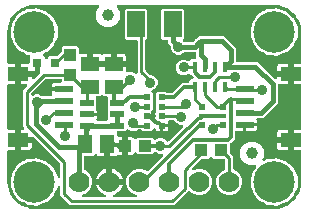
<source format=gbr>
G04 EAGLE Gerber RS-274X export*
G75*
%MOMM*%
%FSLAX34Y34*%
%LPD*%
%INTop Copper*%
%IPPOS*%
%AMOC8*
5,1,8,0,0,1.08239X$1,22.5*%
G01*
%ADD10R,1.240000X1.500000*%
%ADD11R,1.500000X1.240000*%
%ADD12R,1.075000X1.000000*%
%ADD13R,0.450000X0.900000*%
%ADD14R,0.500000X0.500000*%
%ADD15R,0.500000X0.400000*%
%ADD16C,1.778000*%
%ADD17C,3.516000*%
%ADD18R,1.550000X0.600000*%
%ADD19R,1.800000X1.200000*%
%ADD20C,1.000000*%
%ADD21R,0.800000X0.800000*%
%ADD22R,1.000000X1.075000*%
%ADD23R,0.575000X0.488000*%
%ADD24R,1.500000X2.200000*%
%ADD25R,1.200000X0.550000*%
%ADD26C,0.889000*%
%ADD27C,0.304800*%
%ADD28C,0.254000*%
%ADD29C,0.406400*%

G36*
X228622Y2543D02*
X228622Y2543D01*
X228700Y2545D01*
X232077Y2810D01*
X232145Y2824D01*
X232214Y2829D01*
X232370Y2869D01*
X238794Y4956D01*
X238901Y5006D01*
X239012Y5050D01*
X239063Y5083D01*
X239082Y5091D01*
X239097Y5104D01*
X239148Y5136D01*
X244612Y9107D01*
X244699Y9188D01*
X244746Y9227D01*
X244752Y9231D01*
X244753Y9232D01*
X244791Y9264D01*
X244829Y9310D01*
X244844Y9324D01*
X244855Y9342D01*
X244893Y9388D01*
X246586Y11717D01*
X246599Y11741D01*
X246616Y11761D01*
X246675Y11880D01*
X246739Y11996D01*
X246746Y12022D01*
X246758Y12046D01*
X246785Y12174D01*
X246799Y12185D01*
X246823Y12196D01*
X246925Y12281D01*
X247031Y12361D01*
X247048Y12382D01*
X247068Y12398D01*
X247171Y12522D01*
X248864Y14852D01*
X248921Y14956D01*
X248985Y15056D01*
X249007Y15113D01*
X249017Y15131D01*
X249022Y15151D01*
X249044Y15206D01*
X251131Y21630D01*
X251144Y21698D01*
X251167Y21764D01*
X251190Y21923D01*
X251455Y25300D01*
X251455Y25304D01*
X251456Y25307D01*
X251455Y25326D01*
X251459Y25400D01*
X251459Y51090D01*
X251444Y51208D01*
X251437Y51327D01*
X251424Y51365D01*
X251419Y51406D01*
X251376Y51516D01*
X251339Y51629D01*
X251317Y51664D01*
X251302Y51701D01*
X251233Y51797D01*
X251169Y51898D01*
X251139Y51926D01*
X251116Y51959D01*
X251024Y52035D01*
X250937Y52116D01*
X250902Y52136D01*
X250871Y52161D01*
X250763Y52212D01*
X250659Y52270D01*
X250619Y52280D01*
X250583Y52297D01*
X250466Y52319D01*
X250351Y52349D01*
X250291Y52353D01*
X250271Y52357D01*
X250250Y52355D01*
X250190Y52359D01*
X244999Y52359D01*
X244999Y59630D01*
X244984Y59748D01*
X244977Y59867D01*
X244964Y59905D01*
X244959Y59945D01*
X244915Y60056D01*
X244879Y60169D01*
X244857Y60204D01*
X244842Y60241D01*
X244772Y60337D01*
X244709Y60438D01*
X244679Y60466D01*
X244655Y60498D01*
X244564Y60574D01*
X244477Y60656D01*
X244442Y60675D01*
X244410Y60701D01*
X244303Y60752D01*
X244199Y60809D01*
X244159Y60820D01*
X244123Y60837D01*
X244006Y60859D01*
X243891Y60889D01*
X243830Y60893D01*
X243810Y60897D01*
X243790Y60895D01*
X243730Y60899D01*
X242459Y60899D01*
X242459Y60901D01*
X243730Y60901D01*
X243848Y60916D01*
X243967Y60923D01*
X244005Y60936D01*
X244045Y60941D01*
X244156Y60985D01*
X244269Y61021D01*
X244304Y61043D01*
X244341Y61058D01*
X244437Y61128D01*
X244538Y61191D01*
X244566Y61221D01*
X244598Y61245D01*
X244674Y61336D01*
X244756Y61423D01*
X244775Y61458D01*
X244801Y61490D01*
X244852Y61597D01*
X244909Y61701D01*
X244920Y61741D01*
X244937Y61777D01*
X244959Y61894D01*
X244989Y62009D01*
X244993Y62070D01*
X244997Y62090D01*
X244995Y62109D01*
X244997Y62115D01*
X244996Y62122D01*
X244999Y62170D01*
X244999Y69441D01*
X250190Y69441D01*
X250308Y69456D01*
X250427Y69463D01*
X250465Y69475D01*
X250506Y69481D01*
X250616Y69524D01*
X250729Y69561D01*
X250764Y69583D01*
X250801Y69598D01*
X250897Y69667D01*
X250998Y69731D01*
X251026Y69761D01*
X251059Y69784D01*
X251135Y69876D01*
X251216Y69963D01*
X251236Y69998D01*
X251261Y70029D01*
X251312Y70137D01*
X251370Y70241D01*
X251380Y70281D01*
X251397Y70317D01*
X251419Y70434D01*
X251449Y70549D01*
X251453Y70609D01*
X251457Y70629D01*
X251455Y70650D01*
X251459Y70710D01*
X251459Y107090D01*
X251444Y107208D01*
X251437Y107327D01*
X251424Y107365D01*
X251419Y107406D01*
X251376Y107516D01*
X251339Y107629D01*
X251317Y107664D01*
X251302Y107701D01*
X251233Y107797D01*
X251169Y107898D01*
X251139Y107926D01*
X251116Y107959D01*
X251024Y108035D01*
X250937Y108116D01*
X250902Y108136D01*
X250871Y108161D01*
X250763Y108212D01*
X250659Y108270D01*
X250619Y108280D01*
X250583Y108297D01*
X250466Y108319D01*
X250351Y108349D01*
X250291Y108353D01*
X250271Y108357D01*
X250250Y108355D01*
X250190Y108359D01*
X244999Y108359D01*
X244999Y115630D01*
X244984Y115748D01*
X244977Y115867D01*
X244964Y115905D01*
X244959Y115945D01*
X244915Y116056D01*
X244879Y116169D01*
X244857Y116204D01*
X244842Y116241D01*
X244772Y116337D01*
X244709Y116438D01*
X244679Y116466D01*
X244655Y116498D01*
X244564Y116574D01*
X244477Y116656D01*
X244442Y116675D01*
X244410Y116701D01*
X244303Y116752D01*
X244199Y116809D01*
X244159Y116820D01*
X244123Y116837D01*
X244006Y116859D01*
X243891Y116889D01*
X243830Y116893D01*
X243810Y116897D01*
X243790Y116895D01*
X243730Y116899D01*
X242459Y116899D01*
X242459Y116901D01*
X243730Y116901D01*
X243848Y116916D01*
X243967Y116923D01*
X244005Y116936D01*
X244045Y116941D01*
X244156Y116985D01*
X244269Y117021D01*
X244304Y117043D01*
X244341Y117058D01*
X244437Y117128D01*
X244538Y117191D01*
X244566Y117221D01*
X244598Y117245D01*
X244674Y117336D01*
X244756Y117423D01*
X244775Y117458D01*
X244801Y117490D01*
X244852Y117597D01*
X244909Y117701D01*
X244920Y117741D01*
X244937Y117777D01*
X244959Y117894D01*
X244989Y118009D01*
X244993Y118070D01*
X244997Y118090D01*
X244995Y118110D01*
X244999Y118170D01*
X244999Y125441D01*
X250190Y125441D01*
X250308Y125456D01*
X250427Y125463D01*
X250465Y125476D01*
X250506Y125481D01*
X250616Y125524D01*
X250729Y125561D01*
X250764Y125583D01*
X250801Y125598D01*
X250897Y125667D01*
X250998Y125731D01*
X251026Y125761D01*
X251059Y125784D01*
X251134Y125876D01*
X251216Y125963D01*
X251236Y125998D01*
X251261Y126029D01*
X251312Y126137D01*
X251370Y126241D01*
X251380Y126280D01*
X251397Y126317D01*
X251419Y126434D01*
X251449Y126549D01*
X251453Y126609D01*
X251457Y126629D01*
X251455Y126650D01*
X251459Y126710D01*
X251459Y152400D01*
X251457Y152422D01*
X251455Y152500D01*
X251190Y155877D01*
X251176Y155945D01*
X251171Y156014D01*
X251131Y156170D01*
X249044Y162594D01*
X248993Y162701D01*
X248950Y162812D01*
X248917Y162863D01*
X248909Y162882D01*
X248896Y162897D01*
X248864Y162948D01*
X247171Y165278D01*
X247153Y165297D01*
X247139Y165320D01*
X247044Y165413D01*
X246953Y165509D01*
X246931Y165524D01*
X246912Y165542D01*
X246798Y165608D01*
X246792Y165624D01*
X246789Y165651D01*
X246740Y165775D01*
X246697Y165900D01*
X246682Y165922D01*
X246672Y165947D01*
X246586Y166083D01*
X244893Y168413D01*
X244812Y168499D01*
X244736Y168591D01*
X244690Y168629D01*
X244676Y168644D01*
X244658Y168655D01*
X244612Y168693D01*
X239148Y172664D01*
X239044Y172721D01*
X238944Y172785D01*
X238887Y172807D01*
X238869Y172817D01*
X238849Y172822D01*
X238794Y172844D01*
X232370Y174931D01*
X232302Y174944D01*
X232236Y174967D01*
X232077Y174990D01*
X228700Y175255D01*
X228678Y175254D01*
X228600Y175259D01*
X96244Y175259D01*
X96113Y175243D01*
X95981Y175232D01*
X95955Y175223D01*
X95928Y175219D01*
X95806Y175171D01*
X95680Y175127D01*
X95658Y175112D01*
X95633Y175102D01*
X95526Y175025D01*
X95415Y174951D01*
X95397Y174931D01*
X95375Y174916D01*
X95291Y174813D01*
X95202Y174715D01*
X95190Y174691D01*
X95173Y174671D01*
X95116Y174551D01*
X95055Y174434D01*
X95049Y174407D01*
X95037Y174383D01*
X95012Y174253D01*
X94982Y174124D01*
X94982Y174097D01*
X94977Y174071D01*
X94986Y173939D01*
X94988Y173806D01*
X94995Y173780D01*
X94997Y173753D01*
X95038Y173627D01*
X95073Y173500D01*
X95090Y173465D01*
X95095Y173451D01*
X95107Y173432D01*
X95145Y173355D01*
X97631Y169050D01*
X97631Y163690D01*
X94951Y159049D01*
X90310Y156369D01*
X84950Y156369D01*
X80309Y159049D01*
X77629Y163690D01*
X77629Y169050D01*
X80115Y173355D01*
X80167Y173478D01*
X80223Y173597D01*
X80228Y173624D01*
X80238Y173649D01*
X80258Y173780D01*
X80283Y173910D01*
X80281Y173936D01*
X80285Y173963D01*
X80271Y174095D01*
X80263Y174227D01*
X80255Y174253D01*
X80252Y174279D01*
X80206Y174404D01*
X80165Y174529D01*
X80150Y174552D01*
X80141Y174578D01*
X80066Y174686D01*
X79995Y174798D01*
X79975Y174817D01*
X79960Y174839D01*
X79860Y174925D01*
X79763Y175016D01*
X79739Y175029D01*
X79719Y175047D01*
X79600Y175106D01*
X79485Y175170D01*
X79459Y175176D01*
X79434Y175188D01*
X79305Y175216D01*
X79177Y175249D01*
X79139Y175251D01*
X79123Y175255D01*
X79101Y175254D01*
X79016Y175259D01*
X25400Y175259D01*
X25378Y175257D01*
X25300Y175255D01*
X21923Y174990D01*
X21855Y174976D01*
X21786Y174971D01*
X21630Y174931D01*
X18892Y174041D01*
X18867Y174030D01*
X18841Y174024D01*
X18724Y173963D01*
X18604Y173906D01*
X18583Y173889D01*
X18560Y173877D01*
X18462Y173789D01*
X18445Y173788D01*
X18418Y173793D01*
X18286Y173785D01*
X18153Y173783D01*
X18128Y173775D01*
X18101Y173774D01*
X17945Y173734D01*
X15206Y172844D01*
X15099Y172794D01*
X14988Y172750D01*
X14937Y172717D01*
X14918Y172709D01*
X14903Y172696D01*
X14852Y172664D01*
X9388Y168693D01*
X9301Y168612D01*
X9209Y168536D01*
X9171Y168490D01*
X9156Y168476D01*
X9145Y168458D01*
X9107Y168412D01*
X5136Y162948D01*
X5079Y162844D01*
X5015Y162744D01*
X4993Y162687D01*
X4983Y162669D01*
X4978Y162649D01*
X4956Y162594D01*
X2869Y156170D01*
X2856Y156102D01*
X2833Y156036D01*
X2810Y155877D01*
X2545Y152500D01*
X2546Y152478D01*
X2541Y152400D01*
X2541Y126710D01*
X2556Y126592D01*
X2563Y126473D01*
X2576Y126435D01*
X2581Y126394D01*
X2624Y126284D01*
X2661Y126171D01*
X2683Y126136D01*
X2698Y126099D01*
X2768Y126002D01*
X2831Y125902D01*
X2861Y125874D01*
X2884Y125841D01*
X2976Y125765D01*
X3063Y125684D01*
X3098Y125664D01*
X3129Y125639D01*
X3237Y125588D01*
X3341Y125530D01*
X3381Y125520D01*
X3417Y125503D01*
X3534Y125481D01*
X3649Y125451D01*
X3709Y125447D01*
X3729Y125443D01*
X3750Y125445D01*
X3810Y125441D01*
X9001Y125441D01*
X9001Y118170D01*
X9016Y118052D01*
X9023Y117933D01*
X9036Y117895D01*
X9041Y117855D01*
X9084Y117744D01*
X9121Y117631D01*
X9143Y117596D01*
X9158Y117559D01*
X9228Y117463D01*
X9291Y117362D01*
X9321Y117334D01*
X9345Y117302D01*
X9436Y117226D01*
X9523Y117144D01*
X9558Y117125D01*
X9589Y117099D01*
X9697Y117048D01*
X9801Y116991D01*
X9841Y116980D01*
X9877Y116963D01*
X9994Y116941D01*
X10109Y116911D01*
X10170Y116907D01*
X10190Y116903D01*
X10210Y116905D01*
X10270Y116901D01*
X11541Y116901D01*
X11541Y116899D01*
X10270Y116899D01*
X10152Y116884D01*
X10033Y116877D01*
X9995Y116864D01*
X9955Y116859D01*
X9844Y116815D01*
X9731Y116779D01*
X9696Y116757D01*
X9659Y116742D01*
X9563Y116672D01*
X9462Y116609D01*
X9434Y116579D01*
X9401Y116555D01*
X9326Y116464D01*
X9244Y116377D01*
X9224Y116342D01*
X9199Y116310D01*
X9148Y116203D01*
X9090Y116099D01*
X9080Y116059D01*
X9063Y116023D01*
X9041Y115906D01*
X9011Y115791D01*
X9007Y115730D01*
X9003Y115710D01*
X9005Y115690D01*
X9001Y115630D01*
X9001Y108359D01*
X3810Y108359D01*
X3692Y108344D01*
X3573Y108337D01*
X3535Y108324D01*
X3494Y108319D01*
X3384Y108276D01*
X3271Y108239D01*
X3236Y108217D01*
X3199Y108202D01*
X3103Y108133D01*
X3002Y108069D01*
X2974Y108039D01*
X2941Y108016D01*
X2865Y107924D01*
X2784Y107837D01*
X2764Y107802D01*
X2739Y107771D01*
X2688Y107663D01*
X2630Y107559D01*
X2620Y107519D01*
X2603Y107483D01*
X2581Y107366D01*
X2551Y107251D01*
X2547Y107191D01*
X2543Y107171D01*
X2545Y107150D01*
X2541Y107090D01*
X2541Y70710D01*
X2556Y70592D01*
X2563Y70473D01*
X2576Y70435D01*
X2581Y70394D01*
X2624Y70284D01*
X2661Y70171D01*
X2683Y70136D01*
X2698Y70099D01*
X2768Y70002D01*
X2831Y69902D01*
X2861Y69874D01*
X2884Y69841D01*
X2976Y69765D01*
X3063Y69684D01*
X3098Y69664D01*
X3129Y69639D01*
X3237Y69588D01*
X3341Y69530D01*
X3381Y69520D01*
X3417Y69503D01*
X3534Y69481D01*
X3649Y69451D01*
X3709Y69447D01*
X3729Y69443D01*
X3750Y69445D01*
X3810Y69441D01*
X9001Y69441D01*
X9001Y62170D01*
X9016Y62052D01*
X9023Y61933D01*
X9036Y61895D01*
X9041Y61855D01*
X9084Y61744D01*
X9121Y61631D01*
X9143Y61596D01*
X9158Y61559D01*
X9228Y61463D01*
X9291Y61362D01*
X9321Y61334D01*
X9345Y61302D01*
X9436Y61226D01*
X9523Y61144D01*
X9558Y61125D01*
X9589Y61099D01*
X9697Y61048D01*
X9801Y60991D01*
X9841Y60980D01*
X9877Y60963D01*
X9994Y60941D01*
X10109Y60911D01*
X10170Y60907D01*
X10190Y60903D01*
X10210Y60905D01*
X10270Y60901D01*
X11541Y60901D01*
X11541Y60899D01*
X10270Y60899D01*
X10152Y60884D01*
X10033Y60877D01*
X9995Y60864D01*
X9955Y60859D01*
X9844Y60815D01*
X9731Y60779D01*
X9696Y60757D01*
X9659Y60742D01*
X9563Y60672D01*
X9462Y60609D01*
X9434Y60579D01*
X9401Y60555D01*
X9326Y60464D01*
X9244Y60377D01*
X9224Y60342D01*
X9199Y60310D01*
X9148Y60203D01*
X9090Y60099D01*
X9080Y60059D01*
X9063Y60023D01*
X9041Y59906D01*
X9011Y59791D01*
X9007Y59730D01*
X9003Y59710D01*
X9005Y59690D01*
X9001Y59630D01*
X9001Y52359D01*
X3810Y52359D01*
X3692Y52344D01*
X3573Y52337D01*
X3535Y52324D01*
X3494Y52319D01*
X3384Y52276D01*
X3271Y52239D01*
X3236Y52217D01*
X3199Y52202D01*
X3103Y52133D01*
X3002Y52069D01*
X2974Y52039D01*
X2941Y52016D01*
X2865Y51924D01*
X2784Y51837D01*
X2764Y51802D01*
X2739Y51771D01*
X2688Y51663D01*
X2630Y51559D01*
X2620Y51519D01*
X2603Y51483D01*
X2581Y51366D01*
X2551Y51251D01*
X2547Y51191D01*
X2543Y51171D01*
X2545Y51150D01*
X2541Y51090D01*
X2541Y25400D01*
X2543Y25378D01*
X2545Y25300D01*
X2810Y21923D01*
X2824Y21855D01*
X2829Y21786D01*
X2869Y21630D01*
X4956Y15206D01*
X5006Y15099D01*
X5050Y14988D01*
X5083Y14937D01*
X5091Y14918D01*
X5104Y14903D01*
X5136Y14852D01*
X9107Y9388D01*
X9127Y9366D01*
X9138Y9348D01*
X9184Y9305D01*
X9188Y9301D01*
X9264Y9209D01*
X9310Y9171D01*
X9324Y9156D01*
X9342Y9145D01*
X9388Y9107D01*
X14852Y5136D01*
X14956Y5079D01*
X15056Y5015D01*
X15113Y4993D01*
X15131Y4983D01*
X15151Y4978D01*
X15206Y4956D01*
X17945Y4066D01*
X17971Y4061D01*
X17996Y4051D01*
X18127Y4031D01*
X18257Y4006D01*
X18284Y4008D01*
X18310Y4004D01*
X18441Y4018D01*
X18455Y4008D01*
X18474Y3989D01*
X18585Y3918D01*
X18694Y3842D01*
X18719Y3832D01*
X18742Y3818D01*
X18892Y3759D01*
X21630Y2869D01*
X21698Y2856D01*
X21764Y2833D01*
X21923Y2810D01*
X25300Y2545D01*
X25322Y2546D01*
X25400Y2541D01*
X228600Y2541D01*
X228622Y2543D01*
G37*
%LPC*%
G36*
X23676Y5780D02*
X23676Y5780D01*
X23658Y5780D01*
X23543Y5787D01*
X21499Y5787D01*
X20951Y6014D01*
X20853Y6041D01*
X20757Y6077D01*
X20665Y6092D01*
X20644Y6098D01*
X20630Y6098D01*
X20598Y6104D01*
X19416Y6228D01*
X19390Y6227D01*
X19364Y6232D01*
X19231Y6224D01*
X19173Y6223D01*
X19147Y6250D01*
X19125Y6265D01*
X19106Y6283D01*
X18972Y6372D01*
X16215Y7964D01*
X16213Y7965D01*
X16210Y7967D01*
X16066Y8038D01*
X14290Y8773D01*
X13693Y9370D01*
X13626Y9422D01*
X13565Y9483D01*
X13451Y9558D01*
X13442Y9565D01*
X13438Y9567D01*
X13431Y9572D01*
X11929Y10439D01*
X10139Y12903D01*
X10126Y12917D01*
X10116Y12933D01*
X10009Y13054D01*
X8773Y14290D01*
X8357Y15296D01*
X8322Y15356D01*
X8297Y15420D01*
X8211Y15556D01*
X7008Y17211D01*
X6447Y19849D01*
X6436Y19883D01*
X6431Y19919D01*
X6379Y20071D01*
X5787Y21499D01*
X5787Y22822D01*
X5781Y22874D01*
X5783Y22926D01*
X5760Y23086D01*
X5268Y25400D01*
X5760Y27714D01*
X5764Y27767D01*
X5777Y27817D01*
X5787Y27978D01*
X5787Y29301D01*
X6379Y30729D01*
X6388Y30763D01*
X6404Y30795D01*
X6447Y30951D01*
X7008Y33589D01*
X8211Y35244D01*
X8244Y35305D01*
X8286Y35360D01*
X8357Y35504D01*
X8773Y36510D01*
X10009Y37746D01*
X10021Y37761D01*
X10036Y37773D01*
X10139Y37897D01*
X11929Y40361D01*
X13431Y41228D01*
X13499Y41280D01*
X13573Y41324D01*
X13675Y41414D01*
X13684Y41421D01*
X13687Y41424D01*
X13693Y41430D01*
X14290Y42027D01*
X16066Y42762D01*
X16068Y42764D01*
X16071Y42764D01*
X16215Y42836D01*
X19179Y44547D01*
X20598Y44696D01*
X20697Y44720D01*
X20799Y44734D01*
X20887Y44764D01*
X20908Y44769D01*
X20920Y44775D01*
X20951Y44786D01*
X21499Y45013D01*
X23543Y45013D01*
X23560Y45015D01*
X23676Y45020D01*
X27504Y45422D01*
X28573Y45075D01*
X28690Y45053D01*
X28805Y45023D01*
X28865Y45019D01*
X28885Y45015D01*
X28906Y45017D01*
X28965Y45013D01*
X29301Y45013D01*
X31209Y44223D01*
X31230Y44217D01*
X31303Y44188D01*
X35466Y42835D01*
X36078Y42285D01*
X36189Y42207D01*
X36297Y42126D01*
X36327Y42111D01*
X36339Y42103D01*
X36359Y42096D01*
X36441Y42055D01*
X36510Y42027D01*
X37805Y40732D01*
X37819Y40721D01*
X37853Y40686D01*
X41687Y37234D01*
X41900Y36756D01*
X41979Y36626D01*
X42250Y35971D01*
X42255Y35963D01*
X42263Y35941D01*
X45068Y29640D01*
X45096Y29594D01*
X45116Y29545D01*
X45178Y29459D01*
X45233Y29367D01*
X45271Y29330D01*
X45302Y29287D01*
X45384Y29219D01*
X45460Y29145D01*
X45506Y29118D01*
X45547Y29084D01*
X45644Y29039D01*
X45736Y28986D01*
X45787Y28972D01*
X45835Y28949D01*
X45939Y28929D01*
X46042Y28900D01*
X46095Y28899D01*
X46148Y28889D01*
X46254Y28896D01*
X46360Y28893D01*
X46412Y28906D01*
X46465Y28909D01*
X46566Y28942D01*
X46670Y28966D01*
X46717Y28990D01*
X46767Y29007D01*
X46857Y29064D01*
X46952Y29113D01*
X46991Y29149D01*
X47036Y29177D01*
X47109Y29255D01*
X47188Y29326D01*
X47218Y29370D01*
X47254Y29409D01*
X47305Y29502D01*
X47364Y29590D01*
X47382Y29641D01*
X47408Y29687D01*
X47434Y29790D01*
X47469Y29891D01*
X47474Y29944D01*
X47487Y29995D01*
X47497Y30156D01*
X47497Y40016D01*
X47485Y40114D01*
X47482Y40213D01*
X47465Y40272D01*
X47457Y40332D01*
X47421Y40424D01*
X47393Y40519D01*
X47363Y40571D01*
X47340Y40627D01*
X47282Y40707D01*
X47232Y40793D01*
X47166Y40868D01*
X47154Y40885D01*
X47144Y40893D01*
X47126Y40914D01*
X24972Y63067D01*
X24894Y63128D01*
X24821Y63196D01*
X24768Y63225D01*
X24721Y63262D01*
X24630Y63302D01*
X24543Y63349D01*
X24484Y63365D01*
X24429Y63389D01*
X24331Y63404D01*
X24235Y63429D01*
X24135Y63435D01*
X24115Y63439D01*
X24102Y63437D01*
X24074Y63439D01*
X14079Y63439D01*
X14079Y69441D01*
X15534Y69441D01*
X15672Y69458D01*
X15811Y69471D01*
X15830Y69478D01*
X15850Y69481D01*
X15979Y69532D01*
X16110Y69579D01*
X16127Y69590D01*
X16146Y69598D01*
X16258Y69679D01*
X16373Y69757D01*
X16386Y69773D01*
X16403Y69784D01*
X16491Y69891D01*
X16584Y69996D01*
X16593Y70014D01*
X16606Y70029D01*
X16665Y70155D01*
X16728Y70279D01*
X16733Y70299D01*
X16741Y70317D01*
X16767Y70454D01*
X16798Y70589D01*
X16797Y70610D01*
X16801Y70629D01*
X16792Y70768D01*
X16788Y70907D01*
X16782Y70927D01*
X16781Y70947D01*
X16739Y71079D01*
X16700Y71213D01*
X16689Y71230D01*
X16683Y71249D01*
X16609Y71367D01*
X16538Y71487D01*
X16520Y71508D01*
X16513Y71518D01*
X16498Y71532D01*
X16432Y71607D01*
X15747Y72292D01*
X15747Y102968D01*
X18972Y106193D01*
X19057Y106302D01*
X19146Y106409D01*
X19154Y106428D01*
X19167Y106444D01*
X19222Y106572D01*
X19281Y106697D01*
X19285Y106717D01*
X19293Y106736D01*
X19315Y106874D01*
X19341Y107010D01*
X19340Y107030D01*
X19343Y107050D01*
X19330Y107189D01*
X19321Y107327D01*
X19315Y107346D01*
X19313Y107366D01*
X19266Y107498D01*
X19223Y107629D01*
X19212Y107647D01*
X19205Y107666D01*
X19127Y107781D01*
X19053Y107898D01*
X19038Y107912D01*
X19027Y107929D01*
X18923Y108021D01*
X18821Y108116D01*
X18804Y108126D01*
X18788Y108139D01*
X18664Y108203D01*
X18543Y108270D01*
X18523Y108275D01*
X18505Y108284D01*
X18369Y108314D01*
X18235Y108349D01*
X18207Y108351D01*
X18195Y108354D01*
X18174Y108353D01*
X18074Y108359D01*
X14079Y108359D01*
X14079Y114361D01*
X23081Y114361D01*
X23081Y113366D01*
X23098Y113228D01*
X23111Y113089D01*
X23118Y113070D01*
X23121Y113050D01*
X23172Y112921D01*
X23219Y112790D01*
X23230Y112773D01*
X23238Y112755D01*
X23319Y112642D01*
X23397Y112527D01*
X23413Y112514D01*
X23424Y112497D01*
X23532Y112408D01*
X23636Y112316D01*
X23654Y112307D01*
X23669Y112294D01*
X23795Y112235D01*
X23919Y112172D01*
X23939Y112167D01*
X23957Y112159D01*
X24093Y112133D01*
X24229Y112102D01*
X24250Y112103D01*
X24269Y112099D01*
X24408Y112108D01*
X24547Y112112D01*
X24567Y112118D01*
X24587Y112119D01*
X24719Y112162D01*
X24853Y112200D01*
X24870Y112211D01*
X24889Y112217D01*
X25007Y112291D01*
X25127Y112362D01*
X25148Y112380D01*
X25158Y112387D01*
X25172Y112402D01*
X25247Y112468D01*
X29735Y116956D01*
X29802Y117022D01*
X29887Y117132D01*
X29976Y117239D01*
X29984Y117258D01*
X29997Y117274D01*
X30052Y117401D01*
X30111Y117527D01*
X30115Y117547D01*
X30123Y117565D01*
X30145Y117703D01*
X30171Y117839D01*
X30170Y117860D01*
X30173Y117879D01*
X30160Y118018D01*
X30151Y118157D01*
X30145Y118176D01*
X30143Y118196D01*
X30096Y118327D01*
X30059Y118441D01*
X30059Y125000D01*
X30044Y125118D01*
X30037Y125237D01*
X30024Y125275D01*
X30019Y125315D01*
X29976Y125426D01*
X29939Y125539D01*
X29917Y125573D01*
X29902Y125611D01*
X29833Y125707D01*
X29769Y125808D01*
X29739Y125836D01*
X29716Y125868D01*
X29624Y125944D01*
X29537Y126026D01*
X29502Y126045D01*
X29471Y126071D01*
X29363Y126122D01*
X29259Y126179D01*
X29219Y126189D01*
X29183Y126207D01*
X29066Y126229D01*
X28951Y126259D01*
X28891Y126263D01*
X28871Y126266D01*
X28850Y126265D01*
X28790Y126269D01*
X27330Y126269D01*
X27212Y126254D01*
X27093Y126247D01*
X27055Y126234D01*
X27014Y126229D01*
X26904Y126185D01*
X26791Y126149D01*
X26756Y126127D01*
X26719Y126112D01*
X26622Y126042D01*
X26522Y125979D01*
X26494Y125949D01*
X26461Y125925D01*
X26385Y125834D01*
X26304Y125747D01*
X26284Y125712D01*
X26259Y125680D01*
X26208Y125573D01*
X26150Y125468D01*
X26140Y125429D01*
X26123Y125393D01*
X26101Y125276D01*
X26071Y125160D01*
X26067Y125100D01*
X26063Y125080D01*
X26065Y125060D01*
X26061Y125000D01*
X26061Y119189D01*
X23726Y119189D01*
X22954Y119396D01*
X22869Y119408D01*
X22786Y119429D01*
X22650Y119438D01*
X22639Y119439D01*
X22635Y119439D01*
X22626Y119439D01*
X14079Y119439D01*
X14079Y125441D01*
X20250Y125441D01*
X20368Y125456D01*
X20487Y125463D01*
X20525Y125475D01*
X20566Y125481D01*
X20676Y125524D01*
X20789Y125561D01*
X20824Y125583D01*
X20861Y125598D01*
X20957Y125667D01*
X21058Y125731D01*
X21086Y125761D01*
X21119Y125784D01*
X21195Y125876D01*
X21276Y125963D01*
X21296Y125998D01*
X21321Y126029D01*
X21372Y126137D01*
X21430Y126241D01*
X21440Y126281D01*
X21457Y126317D01*
X21479Y126434D01*
X21509Y126549D01*
X21513Y126609D01*
X21517Y126629D01*
X21515Y126650D01*
X21519Y126710D01*
X21519Y130064D01*
X21692Y130711D01*
X21899Y131068D01*
X21916Y131108D01*
X21939Y131144D01*
X21977Y131254D01*
X22022Y131362D01*
X22028Y131404D01*
X22042Y131445D01*
X22052Y131561D01*
X22069Y131676D01*
X22064Y131719D01*
X22068Y131762D01*
X22048Y131877D01*
X22036Y131992D01*
X22021Y132033D01*
X22013Y132075D01*
X21965Y132181D01*
X21925Y132291D01*
X21900Y132326D01*
X21883Y132365D01*
X21810Y132456D01*
X21743Y132552D01*
X21711Y132580D01*
X21684Y132613D01*
X21591Y132683D01*
X21503Y132760D01*
X21464Y132779D01*
X21430Y132805D01*
X21285Y132876D01*
X20951Y133014D01*
X20852Y133041D01*
X20757Y133077D01*
X20665Y133092D01*
X20644Y133098D01*
X20631Y133098D01*
X20598Y133104D01*
X19179Y133253D01*
X16215Y134964D01*
X16213Y134965D01*
X16210Y134967D01*
X16066Y135038D01*
X14290Y135773D01*
X13693Y136370D01*
X13626Y136422D01*
X13565Y136483D01*
X13451Y136558D01*
X13442Y136565D01*
X13438Y136567D01*
X13431Y136572D01*
X11929Y137439D01*
X10139Y139903D01*
X10126Y139917D01*
X10116Y139933D01*
X10009Y140054D01*
X8773Y141290D01*
X8357Y142296D01*
X8322Y142356D01*
X8297Y142420D01*
X8211Y142556D01*
X7008Y144211D01*
X6447Y146849D01*
X6436Y146883D01*
X6431Y146919D01*
X6379Y147071D01*
X5787Y148499D01*
X5787Y149822D01*
X5781Y149874D01*
X5783Y149926D01*
X5760Y150086D01*
X5268Y152400D01*
X5760Y154714D01*
X5764Y154767D01*
X5777Y154817D01*
X5787Y154978D01*
X5787Y156301D01*
X6379Y157729D01*
X6388Y157763D01*
X6404Y157795D01*
X6447Y157951D01*
X7008Y160589D01*
X8211Y162244D01*
X8244Y162305D01*
X8286Y162360D01*
X8357Y162504D01*
X8773Y163510D01*
X10009Y164746D01*
X10021Y164761D01*
X10036Y164773D01*
X10139Y164897D01*
X11929Y167361D01*
X13431Y168228D01*
X13499Y168280D01*
X13573Y168324D01*
X13675Y168414D01*
X13684Y168421D01*
X13687Y168424D01*
X13693Y168430D01*
X14290Y169027D01*
X16066Y169762D01*
X16068Y169764D01*
X16071Y169764D01*
X16215Y169836D01*
X18972Y171428D01*
X18993Y171444D01*
X19017Y171455D01*
X19119Y171540D01*
X19166Y171575D01*
X19203Y171568D01*
X19229Y171569D01*
X19256Y171565D01*
X19416Y171572D01*
X20598Y171696D01*
X20698Y171720D01*
X20799Y171734D01*
X20887Y171764D01*
X20908Y171769D01*
X20920Y171775D01*
X20951Y171786D01*
X21499Y172013D01*
X23543Y172013D01*
X23560Y172015D01*
X23676Y172020D01*
X27504Y172422D01*
X28573Y172075D01*
X28690Y172053D01*
X28805Y172023D01*
X28865Y172019D01*
X28885Y172015D01*
X28906Y172017D01*
X28965Y172013D01*
X29301Y172013D01*
X31209Y171222D01*
X31230Y171217D01*
X31303Y171188D01*
X35466Y169835D01*
X36078Y169285D01*
X36189Y169207D01*
X36297Y169126D01*
X36327Y169111D01*
X36339Y169103D01*
X36359Y169096D01*
X36441Y169055D01*
X36510Y169027D01*
X37805Y167732D01*
X37819Y167721D01*
X37853Y167686D01*
X41687Y164234D01*
X41900Y163756D01*
X41979Y163626D01*
X42250Y162971D01*
X42255Y162962D01*
X42263Y162941D01*
X45092Y156586D01*
X45092Y148214D01*
X42263Y141859D01*
X42260Y141849D01*
X42250Y141829D01*
X41994Y141211D01*
X41975Y141187D01*
X41970Y141179D01*
X41968Y141175D01*
X41963Y141164D01*
X41900Y141044D01*
X41687Y140566D01*
X37853Y137114D01*
X37841Y137100D01*
X37805Y137068D01*
X36510Y135773D01*
X36441Y135745D01*
X36324Y135678D01*
X36204Y135615D01*
X36177Y135594D01*
X36165Y135587D01*
X36150Y135572D01*
X36078Y135515D01*
X35466Y134965D01*
X33448Y134309D01*
X33352Y134264D01*
X33252Y134227D01*
X33208Y134196D01*
X33160Y134174D01*
X33078Y134106D01*
X32991Y134046D01*
X32956Y134005D01*
X32915Y133971D01*
X32852Y133885D01*
X32783Y133805D01*
X32759Y133757D01*
X32728Y133714D01*
X32689Y133615D01*
X32641Y133520D01*
X32630Y133468D01*
X32611Y133418D01*
X32597Y133313D01*
X32575Y133209D01*
X32577Y133156D01*
X32571Y133103D01*
X32584Y132998D01*
X32588Y132891D01*
X32604Y132840D01*
X32610Y132787D01*
X32649Y132689D01*
X32680Y132587D01*
X32707Y132541D01*
X32727Y132491D01*
X32789Y132405D01*
X32844Y132315D01*
X32882Y132277D01*
X32914Y132234D01*
X32995Y132166D01*
X33071Y132092D01*
X33142Y132045D01*
X33159Y132031D01*
X33173Y132024D01*
X33205Y132003D01*
X33620Y131763D01*
X34093Y131290D01*
X34428Y130711D01*
X34532Y130321D01*
X34590Y130180D01*
X34646Y130038D01*
X34650Y130033D01*
X34652Y130026D01*
X34743Y129904D01*
X34832Y129781D01*
X34838Y129777D01*
X34842Y129771D01*
X34960Y129676D01*
X35077Y129578D01*
X35084Y129575D01*
X35089Y129571D01*
X35227Y129508D01*
X35365Y129443D01*
X35372Y129441D01*
X35378Y129438D01*
X35528Y129411D01*
X35678Y129383D01*
X35684Y129383D01*
X35691Y129382D01*
X35844Y129393D01*
X35995Y129402D01*
X36001Y129405D01*
X36008Y129405D01*
X36154Y129454D01*
X36297Y129501D01*
X36303Y129504D01*
X36310Y129506D01*
X36438Y129589D01*
X36566Y129671D01*
X36571Y129676D01*
X36576Y129679D01*
X36680Y129791D01*
X36784Y129902D01*
X36787Y129908D01*
X36792Y129913D01*
X36865Y130048D01*
X36938Y130181D01*
X36939Y130187D01*
X36942Y130193D01*
X36979Y130342D01*
X37017Y130489D01*
X37018Y130498D01*
X37019Y130502D01*
X37019Y130513D01*
X37022Y130567D01*
X38218Y131763D01*
X43896Y131763D01*
X43994Y131775D01*
X44093Y131778D01*
X44152Y131795D01*
X44212Y131803D01*
X44304Y131839D01*
X44399Y131867D01*
X44451Y131897D01*
X44507Y131920D01*
X44587Y131978D01*
X44673Y132028D01*
X44748Y132094D01*
X44765Y132106D01*
X44773Y132116D01*
X44794Y132134D01*
X48476Y135816D01*
X48536Y135895D01*
X48604Y135967D01*
X48633Y136020D01*
X48670Y136068D01*
X48710Y136159D01*
X48758Y136245D01*
X48773Y136304D01*
X48797Y136359D01*
X48812Y136457D01*
X48837Y136553D01*
X48843Y136653D01*
X48847Y136674D01*
X48845Y136686D01*
X48847Y136714D01*
X48847Y139177D01*
X50038Y140368D01*
X61722Y140368D01*
X62913Y139177D01*
X62913Y135025D01*
X62928Y134900D01*
X62938Y134775D01*
X62948Y134743D01*
X62953Y134709D01*
X62999Y134592D01*
X63039Y134473D01*
X63057Y134445D01*
X63070Y134413D01*
X63143Y134312D01*
X63212Y134206D01*
X63237Y134183D01*
X63256Y134156D01*
X63353Y134076D01*
X63446Y133991D01*
X63475Y133975D01*
X63501Y133953D01*
X63615Y133900D01*
X63726Y133840D01*
X63759Y133832D01*
X63789Y133818D01*
X63913Y133794D01*
X64035Y133764D01*
X64068Y133764D01*
X64101Y133758D01*
X64227Y133766D01*
X64353Y133767D01*
X64401Y133777D01*
X64419Y133778D01*
X64439Y133784D01*
X64511Y133799D01*
X64556Y133811D01*
X69851Y133811D01*
X69851Y126340D01*
X69866Y126222D01*
X69873Y126103D01*
X69886Y126065D01*
X69891Y126025D01*
X69934Y125914D01*
X69971Y125801D01*
X69993Y125766D01*
X70008Y125729D01*
X70078Y125633D01*
X70141Y125532D01*
X70171Y125504D01*
X70195Y125472D01*
X70286Y125396D01*
X70373Y125314D01*
X70408Y125295D01*
X70439Y125269D01*
X70547Y125218D01*
X70651Y125161D01*
X70691Y125150D01*
X70727Y125133D01*
X70844Y125111D01*
X70959Y125081D01*
X71020Y125077D01*
X71040Y125073D01*
X71060Y125075D01*
X71120Y125071D01*
X72391Y125071D01*
X72391Y123800D01*
X72406Y123682D01*
X72413Y123563D01*
X72426Y123525D01*
X72431Y123485D01*
X72475Y123374D01*
X72511Y123261D01*
X72533Y123226D01*
X72548Y123189D01*
X72618Y123093D01*
X72681Y122992D01*
X72711Y122964D01*
X72735Y122931D01*
X72826Y122856D01*
X72913Y122774D01*
X72948Y122754D01*
X72980Y122729D01*
X73087Y122678D01*
X73191Y122620D01*
X73231Y122610D01*
X73267Y122593D01*
X73384Y122571D01*
X73499Y122541D01*
X73560Y122537D01*
X73580Y122533D01*
X73600Y122535D01*
X73660Y122531D01*
X91440Y122531D01*
X91558Y122546D01*
X91677Y122553D01*
X91715Y122566D01*
X91755Y122571D01*
X91866Y122614D01*
X91979Y122651D01*
X92014Y122673D01*
X92051Y122688D01*
X92147Y122758D01*
X92248Y122821D01*
X92276Y122851D01*
X92308Y122875D01*
X92384Y122966D01*
X92466Y123053D01*
X92485Y123088D01*
X92511Y123119D01*
X92562Y123227D01*
X92619Y123331D01*
X92630Y123371D01*
X92647Y123407D01*
X92669Y123524D01*
X92699Y123639D01*
X92703Y123700D01*
X92707Y123720D01*
X92705Y123740D01*
X92709Y123800D01*
X92709Y125071D01*
X92711Y125071D01*
X92711Y123800D01*
X92726Y123682D01*
X92733Y123563D01*
X92746Y123525D01*
X92751Y123485D01*
X92795Y123374D01*
X92831Y123261D01*
X92853Y123226D01*
X92868Y123189D01*
X92938Y123093D01*
X93001Y122992D01*
X93031Y122964D01*
X93055Y122931D01*
X93146Y122856D01*
X93233Y122774D01*
X93268Y122754D01*
X93300Y122729D01*
X93407Y122678D01*
X93511Y122620D01*
X93551Y122610D01*
X93587Y122593D01*
X93704Y122571D01*
X93819Y122541D01*
X93880Y122537D01*
X93900Y122533D01*
X93920Y122535D01*
X93980Y122531D01*
X102751Y122531D01*
X102751Y119346D01*
X102757Y119297D01*
X102755Y119248D01*
X102777Y119140D01*
X102791Y119031D01*
X102809Y118985D01*
X102819Y118936D01*
X102867Y118837D01*
X102908Y118735D01*
X102937Y118695D01*
X102959Y118650D01*
X103030Y118567D01*
X103094Y118478D01*
X103133Y118446D01*
X103165Y118408D01*
X103255Y118345D01*
X103339Y118275D01*
X103384Y118254D01*
X103425Y118225D01*
X103528Y118186D01*
X103627Y118140D01*
X103676Y118130D01*
X103722Y118113D01*
X103832Y118100D01*
X103939Y118080D01*
X103989Y118083D01*
X104038Y118077D01*
X104147Y118093D01*
X104257Y118100D01*
X104304Y118115D01*
X104353Y118122D01*
X104506Y118174D01*
X105391Y118541D01*
X107969Y118541D01*
X110349Y117555D01*
X110605Y117298D01*
X110715Y117213D01*
X110822Y117124D01*
X110841Y117116D01*
X110857Y117103D01*
X110984Y117048D01*
X111110Y116989D01*
X111130Y116985D01*
X111149Y116977D01*
X111286Y116955D01*
X111423Y116929D01*
X111443Y116930D01*
X111463Y116927D01*
X111602Y116940D01*
X111740Y116949D01*
X111759Y116955D01*
X111779Y116957D01*
X111911Y117004D01*
X112042Y117047D01*
X112059Y117058D01*
X112079Y117065D01*
X112194Y117143D01*
X112311Y117217D01*
X112325Y117232D01*
X112342Y117243D01*
X112434Y117347D01*
X112529Y117449D01*
X112539Y117466D01*
X112552Y117482D01*
X112616Y117606D01*
X112683Y117727D01*
X112688Y117747D01*
X112697Y117765D01*
X112727Y117901D01*
X112762Y118035D01*
X112764Y118063D01*
X112767Y118075D01*
X112766Y118096D01*
X112772Y118196D01*
X112772Y144448D01*
X112757Y144566D01*
X112750Y144685D01*
X112737Y144723D01*
X112732Y144764D01*
X112689Y144874D01*
X112652Y144987D01*
X112630Y145022D01*
X112615Y145059D01*
X112546Y145155D01*
X112482Y145256D01*
X112452Y145284D01*
X112429Y145317D01*
X112337Y145393D01*
X112250Y145474D01*
X112215Y145494D01*
X112184Y145519D01*
X112076Y145570D01*
X111972Y145628D01*
X111932Y145638D01*
X111896Y145655D01*
X111779Y145677D01*
X111664Y145707D01*
X111604Y145711D01*
X111584Y145715D01*
X111563Y145713D01*
X111503Y145717D01*
X103158Y145717D01*
X101967Y146908D01*
X101967Y170592D01*
X103158Y171783D01*
X119842Y171783D01*
X121033Y170592D01*
X121033Y146908D01*
X119749Y145625D01*
X119689Y145546D01*
X119621Y145474D01*
X119592Y145421D01*
X119555Y145373D01*
X119515Y145283D01*
X119467Y145196D01*
X119452Y145137D01*
X119428Y145082D01*
X119413Y144984D01*
X119388Y144888D01*
X119382Y144788D01*
X119378Y144768D01*
X119380Y144755D01*
X119378Y144727D01*
X119378Y120509D01*
X119390Y120411D01*
X119393Y120312D01*
X119410Y120253D01*
X119418Y120193D01*
X119454Y120101D01*
X119482Y120006D01*
X119512Y119954D01*
X119535Y119898D01*
X119593Y119818D01*
X119643Y119732D01*
X119709Y119657D01*
X119721Y119640D01*
X119731Y119632D01*
X119749Y119611D01*
X123164Y116196D01*
X123243Y116136D01*
X123315Y116068D01*
X123368Y116039D01*
X123416Y116002D01*
X123507Y115962D01*
X123593Y115914D01*
X123652Y115899D01*
X123707Y115875D01*
X123805Y115860D01*
X123901Y115835D01*
X124001Y115829D01*
X124022Y115825D01*
X124034Y115827D01*
X124062Y115825D01*
X124479Y115825D01*
X126859Y114839D01*
X128682Y113016D01*
X129668Y110636D01*
X129668Y108058D01*
X128682Y105678D01*
X126859Y103855D01*
X125231Y103181D01*
X125188Y103156D01*
X125141Y103139D01*
X125050Y103078D01*
X124954Y103023D01*
X124919Y102989D01*
X124878Y102961D01*
X124805Y102878D01*
X124726Y102802D01*
X124700Y102760D01*
X124667Y102722D01*
X124617Y102625D01*
X124560Y102531D01*
X124545Y102483D01*
X124523Y102439D01*
X124499Y102332D01*
X124466Y102227D01*
X124464Y102177D01*
X124453Y102129D01*
X124456Y102019D01*
X124451Y101909D01*
X124461Y101861D01*
X124463Y101811D01*
X124493Y101705D01*
X124515Y101598D01*
X124537Y101553D01*
X124551Y101505D01*
X124607Y101411D01*
X124655Y101312D01*
X124687Y101274D01*
X124713Y101232D01*
X124819Y101111D01*
X125558Y100372D01*
X125558Y93756D01*
X125542Y93736D01*
X125495Y93627D01*
X125441Y93521D01*
X125432Y93482D01*
X125416Y93444D01*
X125397Y93326D01*
X125371Y93211D01*
X125372Y93170D01*
X125366Y93130D01*
X125377Y93011D01*
X125381Y92893D01*
X125392Y92854D01*
X125396Y92814D01*
X125436Y92701D01*
X125469Y92587D01*
X125490Y92552D01*
X125503Y92514D01*
X125558Y92434D01*
X125558Y85431D01*
X125569Y85339D01*
X125571Y85247D01*
X125589Y85182D01*
X125598Y85115D01*
X125632Y85029D01*
X125656Y84940D01*
X125708Y84835D01*
X125715Y84820D01*
X125720Y84813D01*
X125728Y84796D01*
X125893Y84511D01*
X125947Y84308D01*
X126006Y84164D01*
X126061Y84025D01*
X126065Y84019D01*
X126067Y84013D01*
X126159Y83889D01*
X126247Y83767D01*
X126253Y83763D01*
X126257Y83758D01*
X126375Y83662D01*
X126492Y83565D01*
X126499Y83562D01*
X126504Y83557D01*
X126643Y83494D01*
X126780Y83429D01*
X126787Y83428D01*
X126793Y83425D01*
X126944Y83398D01*
X127093Y83369D01*
X127099Y83370D01*
X127106Y83368D01*
X127258Y83380D01*
X127410Y83389D01*
X127416Y83391D01*
X127423Y83392D01*
X127567Y83440D01*
X127712Y83487D01*
X127718Y83491D01*
X127725Y83493D01*
X127852Y83575D01*
X127981Y83657D01*
X127986Y83662D01*
X127991Y83666D01*
X128094Y83777D01*
X128199Y83889D01*
X128202Y83895D01*
X128207Y83900D01*
X128279Y84033D01*
X128353Y84167D01*
X128354Y84174D01*
X128357Y84180D01*
X128394Y84328D01*
X128403Y84363D01*
X128415Y84376D01*
X128433Y84412D01*
X128458Y84444D01*
X128505Y84553D01*
X128559Y84659D01*
X128568Y84698D01*
X128584Y84736D01*
X128603Y84854D01*
X128629Y84969D01*
X128628Y85010D01*
X128634Y85050D01*
X128623Y85169D01*
X128619Y85287D01*
X128608Y85326D01*
X128604Y85366D01*
X128564Y85479D01*
X128531Y85593D01*
X128510Y85628D01*
X128497Y85666D01*
X128442Y85746D01*
X128442Y92424D01*
X128458Y92444D01*
X128505Y92553D01*
X128559Y92659D01*
X128568Y92698D01*
X128584Y92736D01*
X128603Y92854D01*
X128629Y92969D01*
X128628Y93010D01*
X128634Y93050D01*
X128623Y93169D01*
X128619Y93287D01*
X128608Y93326D01*
X128604Y93366D01*
X128564Y93479D01*
X128531Y93593D01*
X128510Y93628D01*
X128497Y93666D01*
X128442Y93746D01*
X128442Y100372D01*
X129633Y101563D01*
X137067Y101563D01*
X137611Y101019D01*
X137689Y100958D01*
X137762Y100890D01*
X137815Y100861D01*
X137862Y100824D01*
X137953Y100784D01*
X138040Y100736D01*
X138099Y100721D01*
X138154Y100697D01*
X138252Y100682D01*
X138348Y100657D01*
X138448Y100651D01*
X138468Y100647D01*
X138481Y100649D01*
X138509Y100647D01*
X141511Y100647D01*
X141609Y100659D01*
X141708Y100662D01*
X141766Y100679D01*
X141827Y100687D01*
X141919Y100723D01*
X142014Y100751D01*
X142066Y100781D01*
X142122Y100804D01*
X142202Y100862D01*
X142288Y100912D01*
X142363Y100978D01*
X142380Y100990D01*
X142387Y101000D01*
X142409Y101018D01*
X150747Y109357D01*
X155438Y109357D01*
X155556Y109372D01*
X155675Y109379D01*
X155713Y109392D01*
X155754Y109397D01*
X155864Y109440D01*
X155977Y109477D01*
X156012Y109499D01*
X156049Y109514D01*
X156145Y109583D01*
X156246Y109647D01*
X156274Y109677D01*
X156307Y109700D01*
X156383Y109792D01*
X156464Y109879D01*
X156484Y109914D01*
X156509Y109945D01*
X156560Y110053D01*
X156618Y110157D01*
X156628Y110197D01*
X156645Y110233D01*
X156667Y110350D01*
X156697Y110465D01*
X156701Y110525D01*
X156705Y110545D01*
X156703Y110566D01*
X156707Y110626D01*
X156707Y111142D01*
X157898Y112333D01*
X158973Y112333D01*
X159111Y112350D01*
X159249Y112363D01*
X159269Y112370D01*
X159289Y112373D01*
X159418Y112424D01*
X159549Y112471D01*
X159566Y112482D01*
X159584Y112490D01*
X159697Y112571D01*
X159812Y112649D01*
X159825Y112665D01*
X159842Y112676D01*
X159930Y112784D01*
X160022Y112888D01*
X160032Y112906D01*
X160044Y112921D01*
X160104Y113047D01*
X160167Y113171D01*
X160171Y113191D01*
X160180Y113209D01*
X160206Y113345D01*
X160237Y113481D01*
X160236Y113502D01*
X160240Y113521D01*
X160231Y113660D01*
X160227Y113799D01*
X160221Y113819D01*
X160220Y113839D01*
X160177Y113971D01*
X160139Y114105D01*
X160128Y114122D01*
X160122Y114141D01*
X160048Y114259D01*
X159977Y114379D01*
X159958Y114400D01*
X159952Y114410D01*
X159937Y114424D01*
X159871Y114499D01*
X158475Y115896D01*
X158396Y115956D01*
X158324Y116024D01*
X158271Y116053D01*
X158223Y116090D01*
X158132Y116130D01*
X158046Y116178D01*
X157987Y116193D01*
X157962Y116204D01*
X157325Y116841D01*
X157230Y116914D01*
X157141Y116992D01*
X157105Y117011D01*
X157073Y117036D01*
X156964Y117083D01*
X156858Y117137D01*
X156819Y117146D01*
X156781Y117162D01*
X156664Y117181D01*
X156548Y117207D01*
X156507Y117205D01*
X156467Y117212D01*
X156348Y117201D01*
X156230Y117197D01*
X156191Y117186D01*
X156151Y117182D01*
X156039Y117142D01*
X155924Y117109D01*
X155889Y117088D01*
X155851Y117074D01*
X155753Y117008D01*
X155650Y116947D01*
X155605Y116907D01*
X155588Y116896D01*
X155575Y116881D01*
X155530Y116841D01*
X155498Y116809D01*
X153118Y115823D01*
X150540Y115823D01*
X148160Y116809D01*
X146337Y118632D01*
X145351Y121012D01*
X145351Y123590D01*
X146337Y125970D01*
X148160Y127793D01*
X150540Y128779D01*
X153118Y128779D01*
X155323Y127865D01*
X155351Y127858D01*
X155377Y127844D01*
X155504Y127816D01*
X155629Y127781D01*
X155659Y127781D01*
X155688Y127774D01*
X155817Y127778D01*
X155947Y127776D01*
X155976Y127783D01*
X156006Y127784D01*
X156130Y127820D01*
X156257Y127851D01*
X156283Y127864D01*
X156311Y127873D01*
X156423Y127938D01*
X156538Y127999D01*
X156560Y128019D01*
X156585Y128034D01*
X156706Y128140D01*
X157898Y129333D01*
X160995Y129333D01*
X161132Y129350D01*
X161271Y129363D01*
X161290Y129370D01*
X161310Y129373D01*
X161439Y129424D01*
X161570Y129471D01*
X161587Y129482D01*
X161606Y129490D01*
X161718Y129571D01*
X161834Y129649D01*
X161847Y129665D01*
X161863Y129676D01*
X161952Y129784D01*
X162044Y129888D01*
X162053Y129906D01*
X162066Y129921D01*
X162125Y130047D01*
X162189Y130171D01*
X162193Y130191D01*
X162202Y130209D01*
X162228Y130345D01*
X162258Y130481D01*
X162258Y130502D01*
X162261Y130521D01*
X162253Y130660D01*
X162248Y130799D01*
X162243Y130819D01*
X162242Y130839D01*
X162199Y130971D01*
X162160Y131105D01*
X162150Y131122D01*
X162144Y131141D01*
X162115Y131186D01*
X162115Y134366D01*
X162100Y134484D01*
X162093Y134603D01*
X162080Y134641D01*
X162075Y134682D01*
X162032Y134792D01*
X161995Y134905D01*
X161973Y134940D01*
X161958Y134977D01*
X161889Y135073D01*
X161825Y135174D01*
X161795Y135202D01*
X161772Y135235D01*
X161680Y135311D01*
X161593Y135392D01*
X161558Y135412D01*
X161527Y135437D01*
X161419Y135488D01*
X161315Y135546D01*
X161275Y135556D01*
X161239Y135573D01*
X161122Y135595D01*
X161007Y135625D01*
X160947Y135629D01*
X160927Y135633D01*
X160906Y135631D01*
X160846Y135635D01*
X152942Y135635D01*
X152844Y135623D01*
X152745Y135620D01*
X152686Y135603D01*
X152626Y135595D01*
X152534Y135559D01*
X152439Y135531D01*
X152387Y135501D01*
X152331Y135478D01*
X152251Y135420D01*
X152165Y135370D01*
X152090Y135304D01*
X152073Y135292D01*
X152066Y135282D01*
X152044Y135264D01*
X150989Y134208D01*
X148609Y133222D01*
X146031Y133222D01*
X143651Y134208D01*
X141828Y136031D01*
X140842Y138411D01*
X140842Y139904D01*
X140830Y140002D01*
X140827Y140101D01*
X140810Y140159D01*
X140802Y140219D01*
X140766Y140311D01*
X140738Y140406D01*
X140708Y140458D01*
X140685Y140515D01*
X140627Y140595D01*
X140577Y140680D01*
X140511Y140756D01*
X140499Y140772D01*
X140489Y140780D01*
X140471Y140801D01*
X138435Y142836D01*
X138435Y144448D01*
X138420Y144566D01*
X138413Y144685D01*
X138400Y144723D01*
X138395Y144764D01*
X138352Y144874D01*
X138315Y144987D01*
X138293Y145022D01*
X138278Y145059D01*
X138209Y145155D01*
X138145Y145256D01*
X138115Y145284D01*
X138092Y145317D01*
X138000Y145393D01*
X137913Y145474D01*
X137878Y145494D01*
X137847Y145519D01*
X137739Y145570D01*
X137635Y145628D01*
X137595Y145638D01*
X137559Y145655D01*
X137442Y145677D01*
X137327Y145707D01*
X137267Y145711D01*
X137247Y145715D01*
X137226Y145713D01*
X137166Y145717D01*
X134158Y145717D01*
X132967Y146908D01*
X132967Y170592D01*
X134158Y171783D01*
X150842Y171783D01*
X152033Y170592D01*
X152033Y146908D01*
X151550Y146426D01*
X151477Y146332D01*
X151399Y146242D01*
X151380Y146206D01*
X151355Y146174D01*
X151308Y146065D01*
X151254Y145959D01*
X151245Y145920D01*
X151229Y145882D01*
X151210Y145765D01*
X151184Y145649D01*
X151186Y145608D01*
X151179Y145568D01*
X151190Y145450D01*
X151194Y145331D01*
X151205Y145292D01*
X151209Y145252D01*
X151249Y145140D01*
X151282Y145025D01*
X151303Y144991D01*
X151317Y144953D01*
X151383Y144854D01*
X151444Y144751D01*
X151484Y144706D01*
X151495Y144689D01*
X151510Y144676D01*
X151550Y144631D01*
X152044Y144136D01*
X152123Y144076D01*
X152195Y144008D01*
X152248Y143979D01*
X152296Y143942D01*
X152387Y143902D01*
X152473Y143854D01*
X152532Y143839D01*
X152588Y143815D01*
X152686Y143800D01*
X152781Y143775D01*
X152881Y143769D01*
X152902Y143765D01*
X152914Y143767D01*
X152942Y143765D01*
X159081Y143765D01*
X159179Y143777D01*
X159278Y143780D01*
X159336Y143797D01*
X159396Y143805D01*
X159488Y143841D01*
X159583Y143869D01*
X159635Y143899D01*
X159692Y143922D01*
X159772Y143980D01*
X159857Y144030D01*
X159933Y144096D01*
X159949Y144108D01*
X159957Y144118D01*
X159978Y144136D01*
X161744Y145902D01*
X161804Y145980D01*
X161872Y146052D01*
X161901Y146105D01*
X161938Y146153D01*
X161978Y146244D01*
X162026Y146331D01*
X162041Y146389D01*
X164496Y148845D01*
X185834Y148845D01*
X188586Y146092D01*
X193382Y141296D01*
X196135Y138544D01*
X196135Y128134D01*
X196150Y128016D01*
X196157Y127897D01*
X196170Y127859D01*
X196175Y127818D01*
X196218Y127708D01*
X196255Y127595D01*
X196277Y127560D01*
X196292Y127523D01*
X196361Y127427D01*
X196425Y127326D01*
X196455Y127298D01*
X196478Y127265D01*
X196570Y127189D01*
X196657Y127108D01*
X196692Y127088D01*
X196723Y127063D01*
X196831Y127012D01*
X196935Y126954D01*
X196975Y126944D01*
X197011Y126927D01*
X197128Y126905D01*
X197243Y126875D01*
X197303Y126871D01*
X197323Y126867D01*
X197344Y126869D01*
X197404Y126865D01*
X214164Y126865D01*
X228753Y112276D01*
X228862Y112191D01*
X228969Y112102D01*
X228988Y112093D01*
X229004Y112081D01*
X229132Y112025D01*
X229257Y111966D01*
X229277Y111963D01*
X229296Y111955D01*
X229434Y111933D01*
X229570Y111907D01*
X229590Y111908D01*
X229610Y111905D01*
X229749Y111918D01*
X229887Y111926D01*
X229906Y111933D01*
X229926Y111935D01*
X230058Y111982D01*
X230189Y112024D01*
X230207Y112035D01*
X230226Y112042D01*
X230341Y112120D01*
X230458Y112195D01*
X230472Y112209D01*
X230489Y112221D01*
X230581Y112325D01*
X230676Y112426D01*
X230686Y112444D01*
X230699Y112459D01*
X230763Y112583D01*
X230830Y112705D01*
X230835Y112724D01*
X230844Y112742D01*
X230874Y112878D01*
X230909Y113013D01*
X230911Y113041D01*
X230914Y113053D01*
X230913Y113073D01*
X230919Y113173D01*
X230919Y114361D01*
X239921Y114361D01*
X239921Y108359D01*
X233125Y108359D01*
X232993Y108395D01*
X232868Y108412D01*
X232744Y108436D01*
X232711Y108434D01*
X232677Y108438D01*
X232552Y108424D01*
X232427Y108416D01*
X232395Y108405D01*
X232362Y108402D01*
X232244Y108357D01*
X232125Y108318D01*
X232096Y108300D01*
X232065Y108288D01*
X231962Y108215D01*
X231856Y108148D01*
X231833Y108123D01*
X231805Y108104D01*
X231724Y108008D01*
X231638Y107916D01*
X231622Y107886D01*
X231600Y107861D01*
X231545Y107748D01*
X231484Y107638D01*
X231476Y107605D01*
X231461Y107575D01*
X231436Y107451D01*
X231405Y107330D01*
X231402Y107281D01*
X231398Y107263D01*
X231399Y107241D01*
X231395Y107169D01*
X231395Y92296D01*
X218934Y79835D01*
X214647Y79835D01*
X214516Y79819D01*
X214384Y79808D01*
X214359Y79799D01*
X214332Y79795D01*
X214209Y79747D01*
X214084Y79703D01*
X214061Y79688D01*
X214036Y79678D01*
X213929Y79601D01*
X213819Y79527D01*
X213801Y79507D01*
X213779Y79492D01*
X213694Y79389D01*
X213606Y79291D01*
X213593Y79267D01*
X213576Y79247D01*
X213520Y79127D01*
X213458Y79009D01*
X213452Y78983D01*
X213441Y78959D01*
X213416Y78829D01*
X213385Y78700D01*
X213386Y78673D01*
X213381Y78647D01*
X213389Y78515D01*
X213392Y78382D01*
X213399Y78356D01*
X213401Y78329D01*
X213441Y78203D01*
X213477Y78076D01*
X213494Y78041D01*
X213499Y78027D01*
X213510Y78008D01*
X213548Y77931D01*
X213578Y77881D01*
X213751Y77234D01*
X213751Y75399D01*
X203690Y75399D01*
X203572Y75384D01*
X203453Y75377D01*
X203415Y75364D01*
X203375Y75359D01*
X203264Y75316D01*
X203151Y75279D01*
X203117Y75257D01*
X203079Y75242D01*
X202983Y75173D01*
X202882Y75109D01*
X202854Y75079D01*
X202822Y75056D01*
X202746Y74964D01*
X202664Y74877D01*
X202645Y74842D01*
X202619Y74811D01*
X202599Y74768D01*
X202522Y74712D01*
X202422Y74649D01*
X202394Y74619D01*
X202361Y74595D01*
X202285Y74504D01*
X202204Y74417D01*
X202184Y74382D01*
X202159Y74350D01*
X202108Y74243D01*
X202050Y74138D01*
X202040Y74099D01*
X202023Y74063D01*
X202001Y73946D01*
X201971Y73830D01*
X201967Y73770D01*
X201963Y73750D01*
X201965Y73730D01*
X201961Y73670D01*
X201961Y68359D01*
X196412Y68359D01*
X196294Y68344D01*
X196175Y68337D01*
X196137Y68324D01*
X196096Y68319D01*
X195986Y68276D01*
X195873Y68239D01*
X195838Y68217D01*
X195801Y68202D01*
X195705Y68133D01*
X195604Y68069D01*
X195576Y68039D01*
X195543Y68016D01*
X195467Y67924D01*
X195386Y67837D01*
X195366Y67802D01*
X195341Y67771D01*
X195290Y67663D01*
X195232Y67559D01*
X195222Y67519D01*
X195205Y67483D01*
X195183Y67366D01*
X195153Y67251D01*
X195149Y67191D01*
X195145Y67171D01*
X195147Y67150D01*
X195143Y67090D01*
X195143Y61984D01*
X191539Y58381D01*
X191479Y58302D01*
X191411Y58230D01*
X191382Y58177D01*
X191345Y58129D01*
X191305Y58038D01*
X191257Y57952D01*
X191242Y57893D01*
X191218Y57837D01*
X191203Y57739D01*
X191178Y57644D01*
X191172Y57544D01*
X191168Y57523D01*
X191170Y57511D01*
X191168Y57483D01*
X191168Y49859D01*
X191180Y49761D01*
X191183Y49662D01*
X191200Y49603D01*
X191208Y49543D01*
X191244Y49451D01*
X191272Y49356D01*
X191302Y49304D01*
X191325Y49248D01*
X191383Y49168D01*
X191433Y49082D01*
X191499Y49007D01*
X191511Y48990D01*
X191521Y48982D01*
X191539Y48961D01*
X193803Y46698D01*
X193803Y36703D01*
X193806Y36673D01*
X193804Y36644D01*
X193826Y36516D01*
X193843Y36387D01*
X193853Y36360D01*
X193858Y36331D01*
X193912Y36212D01*
X193960Y36091D01*
X193977Y36068D01*
X193989Y36041D01*
X194070Y35939D01*
X194146Y35834D01*
X194169Y35815D01*
X194188Y35792D01*
X194291Y35714D01*
X194391Y35631D01*
X194418Y35619D01*
X194442Y35601D01*
X194586Y35530D01*
X196687Y34660D01*
X199760Y31587D01*
X201423Y27573D01*
X201423Y23227D01*
X199760Y19213D01*
X196687Y16140D01*
X192673Y14477D01*
X188327Y14477D01*
X184313Y16140D01*
X181240Y19213D01*
X179577Y23227D01*
X179577Y27573D01*
X181240Y31587D01*
X184313Y34660D01*
X186414Y35530D01*
X186439Y35545D01*
X186467Y35554D01*
X186577Y35623D01*
X186690Y35688D01*
X186711Y35708D01*
X186736Y35724D01*
X186825Y35819D01*
X186918Y35909D01*
X186934Y35934D01*
X186954Y35956D01*
X187017Y36069D01*
X187085Y36180D01*
X187093Y36208D01*
X187108Y36234D01*
X187140Y36360D01*
X187178Y36484D01*
X187180Y36513D01*
X187187Y36542D01*
X187197Y36703D01*
X187197Y43436D01*
X187185Y43534D01*
X187182Y43633D01*
X187165Y43692D01*
X187157Y43752D01*
X187121Y43844D01*
X187093Y43939D01*
X187063Y43991D01*
X187040Y44047D01*
X186982Y44127D01*
X186932Y44213D01*
X186866Y44288D01*
X186854Y44305D01*
X186844Y44313D01*
X186826Y44334D01*
X186494Y44666D01*
X186415Y44726D01*
X186343Y44794D01*
X186290Y44823D01*
X186242Y44860D01*
X186151Y44900D01*
X186065Y44948D01*
X186006Y44963D01*
X185951Y44987D01*
X185853Y45002D01*
X185757Y45027D01*
X185657Y45033D01*
X185636Y45037D01*
X185624Y45035D01*
X185596Y45037D01*
X177543Y45037D01*
X176158Y46423D01*
X176063Y46496D01*
X175974Y46575D01*
X175938Y46593D01*
X175906Y46618D01*
X175797Y46665D01*
X175691Y46719D01*
X175652Y46728D01*
X175614Y46744D01*
X175497Y46763D01*
X175381Y46789D01*
X175340Y46788D01*
X175300Y46794D01*
X175182Y46783D01*
X175063Y46779D01*
X175024Y46768D01*
X174984Y46764D01*
X174871Y46724D01*
X174757Y46691D01*
X174723Y46670D01*
X174684Y46657D01*
X174586Y46590D01*
X174483Y46529D01*
X174438Y46489D01*
X174421Y46478D01*
X174408Y46463D01*
X174363Y46423D01*
X172977Y45037D01*
X167464Y45037D01*
X167366Y45025D01*
X167267Y45022D01*
X167208Y45005D01*
X167148Y44997D01*
X167056Y44961D01*
X166961Y44933D01*
X166909Y44903D01*
X166853Y44880D01*
X166773Y44822D01*
X166687Y44772D01*
X166612Y44706D01*
X166595Y44694D01*
X166587Y44684D01*
X166566Y44666D01*
X159409Y37509D01*
X159367Y37453D01*
X159316Y37405D01*
X159270Y37328D01*
X159214Y37257D01*
X159187Y37193D01*
X159150Y37134D01*
X159124Y37048D01*
X159088Y36965D01*
X159077Y36896D01*
X159057Y36830D01*
X159052Y36740D01*
X159038Y36651D01*
X159045Y36582D01*
X159041Y36512D01*
X159060Y36424D01*
X159068Y36335D01*
X159092Y36269D01*
X159106Y36201D01*
X159145Y36120D01*
X159176Y36035D01*
X159215Y35978D01*
X159245Y35915D01*
X159304Y35847D01*
X159354Y35772D01*
X159407Y35726D01*
X159452Y35673D01*
X159525Y35621D01*
X159593Y35562D01*
X159655Y35530D01*
X159712Y35490D01*
X159796Y35458D01*
X159876Y35417D01*
X159944Y35402D01*
X160009Y35377D01*
X160099Y35367D01*
X160186Y35348D01*
X160256Y35350D01*
X160325Y35342D01*
X160414Y35355D01*
X160504Y35357D01*
X160571Y35377D01*
X160640Y35386D01*
X160793Y35438D01*
X162927Y36323D01*
X167273Y36323D01*
X171287Y34660D01*
X174360Y31587D01*
X176023Y27573D01*
X176023Y23227D01*
X174360Y19213D01*
X171287Y16140D01*
X167273Y14477D01*
X162927Y14477D01*
X158913Y16140D01*
X157434Y17619D01*
X157340Y17692D01*
X157251Y17770D01*
X157215Y17789D01*
X157183Y17814D01*
X157074Y17861D01*
X156968Y17915D01*
X156928Y17924D01*
X156891Y17940D01*
X156773Y17959D01*
X156658Y17985D01*
X156617Y17983D01*
X156577Y17990D01*
X156459Y17979D01*
X156340Y17975D01*
X156301Y17964D01*
X156261Y17960D01*
X156148Y17920D01*
X156034Y17887D01*
X155999Y17866D01*
X155961Y17852D01*
X155863Y17785D01*
X155760Y17725D01*
X155715Y17685D01*
X155698Y17674D01*
X155685Y17658D01*
X155639Y17619D01*
X145914Y7894D01*
X143608Y5587D01*
X55782Y5587D01*
X47497Y13872D01*
X47497Y20644D01*
X47491Y20697D01*
X47493Y20750D01*
X47471Y20854D01*
X47457Y20960D01*
X47438Y21009D01*
X47427Y21061D01*
X47380Y21157D01*
X47340Y21255D01*
X47309Y21299D01*
X47285Y21346D01*
X47216Y21427D01*
X47154Y21513D01*
X47112Y21547D01*
X47078Y21587D01*
X46991Y21648D01*
X46909Y21716D01*
X46860Y21738D01*
X46817Y21769D01*
X46717Y21806D01*
X46621Y21851D01*
X46569Y21861D01*
X46519Y21880D01*
X46413Y21891D01*
X46309Y21911D01*
X46255Y21908D01*
X46203Y21913D01*
X46097Y21898D01*
X45991Y21891D01*
X45941Y21875D01*
X45888Y21867D01*
X45790Y21826D01*
X45689Y21793D01*
X45644Y21765D01*
X45595Y21744D01*
X45510Y21680D01*
X45420Y21623D01*
X45383Y21584D01*
X45341Y21552D01*
X45275Y21469D01*
X45202Y21391D01*
X45176Y21345D01*
X45143Y21303D01*
X45068Y21160D01*
X42263Y14859D01*
X42260Y14849D01*
X42250Y14829D01*
X41994Y14211D01*
X41975Y14187D01*
X41970Y14179D01*
X41968Y14175D01*
X41963Y14164D01*
X41900Y14044D01*
X41687Y13566D01*
X37853Y10114D01*
X37841Y10100D01*
X37805Y10068D01*
X36510Y8773D01*
X36441Y8745D01*
X36324Y8678D01*
X36204Y8615D01*
X36177Y8594D01*
X36165Y8587D01*
X36149Y8572D01*
X36078Y8515D01*
X35466Y7965D01*
X31302Y6612D01*
X31283Y6603D01*
X31209Y6577D01*
X29301Y5787D01*
X28965Y5787D01*
X28847Y5772D01*
X28729Y5765D01*
X28670Y5750D01*
X28650Y5747D01*
X28631Y5740D01*
X28573Y5725D01*
X27504Y5378D01*
X23676Y5780D01*
G37*
%LPD*%
G36*
X84662Y12208D02*
X84662Y12208D01*
X84781Y12215D01*
X84819Y12228D01*
X84859Y12233D01*
X84970Y12277D01*
X85084Y12313D01*
X85117Y12335D01*
X85155Y12350D01*
X85251Y12420D01*
X85352Y12484D01*
X85380Y12513D01*
X85412Y12536D01*
X85488Y12628D01*
X85570Y12715D01*
X85589Y12751D01*
X85615Y12781D01*
X85666Y12889D01*
X85723Y12994D01*
X85733Y13033D01*
X85750Y13069D01*
X85773Y13186D01*
X85803Y13302D01*
X85803Y13342D01*
X85810Y13381D01*
X85803Y13501D01*
X85803Y13620D01*
X85793Y13659D01*
X85790Y13699D01*
X85754Y13812D01*
X85724Y13928D01*
X85705Y13963D01*
X85692Y14001D01*
X85628Y14102D01*
X85571Y14207D01*
X85544Y14236D01*
X85522Y14270D01*
X85435Y14352D01*
X85354Y14439D01*
X85320Y14461D01*
X85291Y14488D01*
X85186Y14546D01*
X85085Y14610D01*
X85030Y14632D01*
X85012Y14642D01*
X84992Y14647D01*
X84936Y14669D01*
X84512Y14807D01*
X82909Y15623D01*
X81453Y16681D01*
X80181Y17953D01*
X79123Y19409D01*
X78307Y21012D01*
X77751Y22723D01*
X77723Y22901D01*
X87670Y22901D01*
X87788Y22916D01*
X87907Y22923D01*
X87945Y22935D01*
X87985Y22941D01*
X88096Y22984D01*
X88209Y23021D01*
X88243Y23043D01*
X88281Y23058D01*
X88377Y23127D01*
X88478Y23191D01*
X88506Y23221D01*
X88538Y23244D01*
X88614Y23336D01*
X88696Y23423D01*
X88715Y23458D01*
X88741Y23489D01*
X88792Y23597D01*
X88849Y23701D01*
X88859Y23741D01*
X88877Y23777D01*
X88897Y23884D01*
X88901Y23854D01*
X88945Y23744D01*
X88981Y23631D01*
X89003Y23596D01*
X89018Y23559D01*
X89088Y23462D01*
X89151Y23362D01*
X89181Y23334D01*
X89205Y23301D01*
X89296Y23225D01*
X89383Y23144D01*
X89418Y23124D01*
X89450Y23099D01*
X89557Y23048D01*
X89662Y22990D01*
X89701Y22980D01*
X89737Y22963D01*
X89854Y22941D01*
X89970Y22911D01*
X90030Y22907D01*
X90050Y22903D01*
X90070Y22905D01*
X90130Y22901D01*
X100077Y22901D01*
X100049Y22723D01*
X99493Y21012D01*
X98677Y19409D01*
X97619Y17953D01*
X96347Y16681D01*
X94891Y15623D01*
X93288Y14807D01*
X92864Y14669D01*
X92756Y14618D01*
X92645Y14574D01*
X92613Y14551D01*
X92577Y14534D01*
X92485Y14458D01*
X92388Y14388D01*
X92362Y14357D01*
X92332Y14331D01*
X92261Y14235D01*
X92185Y14143D01*
X92168Y14106D01*
X92145Y14074D01*
X92100Y13963D01*
X92050Y13855D01*
X92042Y13816D01*
X92027Y13778D01*
X92012Y13660D01*
X91990Y13542D01*
X91992Y13503D01*
X91987Y13463D01*
X92002Y13344D01*
X92010Y13225D01*
X92022Y13187D01*
X92027Y13147D01*
X92071Y13036D01*
X92108Y12923D01*
X92129Y12889D01*
X92144Y12851D01*
X92214Y12755D01*
X92278Y12654D01*
X92307Y12626D01*
X92331Y12594D01*
X92422Y12518D01*
X92509Y12436D01*
X92545Y12417D01*
X92575Y12391D01*
X92683Y12340D01*
X92788Y12282D01*
X92827Y12272D01*
X92863Y12255D01*
X92980Y12233D01*
X93096Y12203D01*
X93155Y12199D01*
X93175Y12195D01*
X93196Y12197D01*
X93257Y12193D01*
X111262Y12193D01*
X111331Y12201D01*
X111401Y12200D01*
X111488Y12221D01*
X111577Y12233D01*
X111642Y12258D01*
X111710Y12275D01*
X111790Y12317D01*
X111873Y12350D01*
X111929Y12391D01*
X111991Y12423D01*
X112058Y12484D01*
X112130Y12536D01*
X112175Y12590D01*
X112227Y12637D01*
X112276Y12712D01*
X112333Y12781D01*
X112363Y12845D01*
X112401Y12903D01*
X112430Y12988D01*
X112469Y13069D01*
X112482Y13138D01*
X112504Y13204D01*
X112512Y13293D01*
X112528Y13381D01*
X112524Y13451D01*
X112530Y13521D01*
X112514Y13609D01*
X112509Y13699D01*
X112487Y13765D01*
X112475Y13834D01*
X112438Y13916D01*
X112411Y14001D01*
X112373Y14060D01*
X112345Y14124D01*
X112289Y14194D01*
X112241Y14270D01*
X112190Y14318D01*
X112146Y14372D01*
X112074Y14427D01*
X112009Y14488D01*
X111948Y14522D01*
X111892Y14564D01*
X111748Y14635D01*
X108113Y16140D01*
X105040Y19213D01*
X103377Y23227D01*
X103377Y27573D01*
X105040Y31587D01*
X108113Y34660D01*
X112127Y36323D01*
X116473Y36323D01*
X120370Y34709D01*
X120398Y34701D01*
X120424Y34687D01*
X120551Y34659D01*
X120676Y34625D01*
X120706Y34624D01*
X120735Y34618D01*
X120865Y34622D01*
X120994Y34620D01*
X121023Y34626D01*
X121053Y34627D01*
X121177Y34663D01*
X121304Y34694D01*
X121330Y34708D01*
X121358Y34716D01*
X121470Y34782D01*
X121585Y34842D01*
X121607Y34862D01*
X121632Y34877D01*
X121753Y34984D01*
X134005Y47236D01*
X134090Y47345D01*
X134179Y47452D01*
X134187Y47471D01*
X134200Y47487D01*
X134255Y47615D01*
X134314Y47740D01*
X134318Y47760D01*
X134326Y47779D01*
X134348Y47917D01*
X134374Y48053D01*
X134373Y48073D01*
X134376Y48093D01*
X134363Y48232D01*
X134354Y48370D01*
X134348Y48389D01*
X134346Y48409D01*
X134299Y48541D01*
X134256Y48672D01*
X134245Y48690D01*
X134238Y48709D01*
X134160Y48824D01*
X134086Y48941D01*
X134071Y48955D01*
X134060Y48972D01*
X133956Y49064D01*
X133854Y49159D01*
X133837Y49169D01*
X133821Y49182D01*
X133698Y49245D01*
X133576Y49313D01*
X133556Y49318D01*
X133538Y49327D01*
X133402Y49357D01*
X133268Y49392D01*
X133240Y49394D01*
X133228Y49397D01*
X133207Y49396D01*
X133107Y49402D01*
X130791Y49402D01*
X128373Y50404D01*
X128294Y50474D01*
X128258Y50492D01*
X128226Y50517D01*
X128116Y50564D01*
X128010Y50619D01*
X127971Y50627D01*
X127934Y50643D01*
X127816Y50662D01*
X127700Y50688D01*
X127660Y50687D01*
X127620Y50693D01*
X127501Y50682D01*
X127382Y50679D01*
X127343Y50667D01*
X127303Y50664D01*
X127191Y50623D01*
X127077Y50590D01*
X127042Y50570D01*
X127004Y50556D01*
X126906Y50489D01*
X126803Y50429D01*
X126758Y50389D01*
X126741Y50377D01*
X126727Y50362D01*
X126682Y50322D01*
X125207Y48847D01*
X112773Y48847D01*
X111630Y49990D01*
X111531Y50067D01*
X111436Y50150D01*
X111405Y50165D01*
X111379Y50185D01*
X111263Y50235D01*
X111151Y50291D01*
X111118Y50298D01*
X111087Y50312D01*
X110963Y50331D01*
X110840Y50358D01*
X110806Y50356D01*
X110773Y50361D01*
X110647Y50350D01*
X110522Y50344D01*
X110490Y50335D01*
X110456Y50332D01*
X110338Y50289D01*
X110217Y50253D01*
X110189Y50235D01*
X110157Y50224D01*
X110053Y50153D01*
X109945Y50088D01*
X109922Y50064D01*
X109894Y50045D01*
X109810Y49951D01*
X109722Y49861D01*
X109696Y49821D01*
X109683Y49807D01*
X109673Y49788D01*
X109633Y49727D01*
X109398Y49320D01*
X108925Y48847D01*
X108346Y48512D01*
X107699Y48339D01*
X104489Y48339D01*
X104489Y54650D01*
X104474Y54768D01*
X104467Y54887D01*
X104454Y54925D01*
X104449Y54965D01*
X104406Y55076D01*
X104369Y55189D01*
X104347Y55223D01*
X104332Y55261D01*
X104263Y55357D01*
X104199Y55458D01*
X104169Y55486D01*
X104146Y55518D01*
X104054Y55594D01*
X103967Y55676D01*
X103932Y55695D01*
X103901Y55721D01*
X103793Y55772D01*
X103689Y55829D01*
X103649Y55839D01*
X103613Y55857D01*
X103506Y55877D01*
X103536Y55881D01*
X103646Y55925D01*
X103759Y55961D01*
X103794Y55983D01*
X103831Y55998D01*
X103927Y56068D01*
X104028Y56131D01*
X104056Y56161D01*
X104089Y56185D01*
X104165Y56276D01*
X104246Y56363D01*
X104266Y56398D01*
X104291Y56430D01*
X104342Y56537D01*
X104400Y56642D01*
X104410Y56681D01*
X104427Y56717D01*
X104449Y56834D01*
X104479Y56950D01*
X104483Y57010D01*
X104487Y57030D01*
X104486Y57036D01*
X104487Y57038D01*
X104486Y57054D01*
X104489Y57110D01*
X104489Y63421D01*
X107699Y63421D01*
X108346Y63248D01*
X108925Y62913D01*
X109398Y62440D01*
X109633Y62033D01*
X109709Y61933D01*
X109780Y61828D01*
X109805Y61806D01*
X109826Y61779D01*
X109924Y61701D01*
X110018Y61618D01*
X110048Y61603D01*
X110075Y61582D01*
X110190Y61531D01*
X110302Y61473D01*
X110334Y61466D01*
X110365Y61452D01*
X110489Y61431D01*
X110612Y61404D01*
X110646Y61405D01*
X110679Y61399D01*
X110804Y61410D01*
X110930Y61413D01*
X110962Y61423D01*
X110996Y61426D01*
X111114Y61467D01*
X111235Y61502D01*
X111264Y61519D01*
X111296Y61530D01*
X111401Y61600D01*
X111509Y61663D01*
X111546Y61696D01*
X111561Y61706D01*
X111576Y61722D01*
X111630Y61770D01*
X112773Y62913D01*
X125207Y62913D01*
X126682Y61438D01*
X126776Y61365D01*
X126865Y61286D01*
X126901Y61268D01*
X126933Y61243D01*
X127043Y61195D01*
X127149Y61141D01*
X127188Y61133D01*
X127225Y61117D01*
X127343Y61098D01*
X127459Y61072D01*
X127499Y61073D01*
X127539Y61067D01*
X127658Y61078D01*
X127777Y61081D01*
X127816Y61093D01*
X127856Y61096D01*
X127968Y61137D01*
X128082Y61170D01*
X128117Y61190D01*
X128155Y61204D01*
X128254Y61271D01*
X128356Y61332D01*
X128394Y61365D01*
X130791Y62358D01*
X133369Y62358D01*
X135749Y61372D01*
X137238Y59883D01*
X137332Y59810D01*
X137421Y59732D01*
X137457Y59713D01*
X137489Y59688D01*
X137598Y59641D01*
X137704Y59587D01*
X137744Y59578D01*
X137781Y59562D01*
X137898Y59543D01*
X138014Y59517D01*
X138055Y59519D01*
X138095Y59512D01*
X138213Y59523D01*
X138332Y59527D01*
X138371Y59538D01*
X138411Y59542D01*
X138524Y59582D01*
X138638Y59615D01*
X138673Y59636D01*
X138711Y59650D01*
X138809Y59716D01*
X138912Y59777D01*
X138957Y59817D01*
X138974Y59828D01*
X138987Y59843D01*
X139033Y59883D01*
X150896Y71747D01*
X150981Y71856D01*
X151070Y71963D01*
X151078Y71982D01*
X151091Y71998D01*
X151146Y72126D01*
X151205Y72251D01*
X151209Y72271D01*
X151217Y72290D01*
X151239Y72428D01*
X151265Y72564D01*
X151264Y72584D01*
X151267Y72604D01*
X151254Y72742D01*
X151245Y72881D01*
X151239Y72900D01*
X151237Y72920D01*
X151190Y73052D01*
X151147Y73183D01*
X151136Y73201D01*
X151129Y73220D01*
X151051Y73335D01*
X150977Y73452D01*
X150962Y73466D01*
X150951Y73483D01*
X150847Y73575D01*
X150745Y73670D01*
X150728Y73680D01*
X150712Y73693D01*
X150588Y73757D01*
X150467Y73824D01*
X150447Y73829D01*
X150429Y73838D01*
X150293Y73868D01*
X150159Y73903D01*
X150131Y73905D01*
X150119Y73908D01*
X150098Y73907D01*
X149998Y73913D01*
X148444Y73913D01*
X146064Y74899D01*
X144241Y76722D01*
X144125Y77004D01*
X144110Y77029D01*
X144101Y77057D01*
X144032Y77167D01*
X143967Y77280D01*
X143947Y77301D01*
X143931Y77326D01*
X143836Y77415D01*
X143746Y77508D01*
X143721Y77524D01*
X143699Y77544D01*
X143586Y77607D01*
X143475Y77675D01*
X143446Y77683D01*
X143421Y77698D01*
X143295Y77730D01*
X143171Y77768D01*
X143141Y77770D01*
X143113Y77777D01*
X142952Y77787D01*
X139905Y77787D01*
X139780Y77771D01*
X139654Y77762D01*
X139623Y77752D01*
X139589Y77747D01*
X139472Y77701D01*
X139353Y77661D01*
X139325Y77643D01*
X139293Y77630D01*
X139192Y77556D01*
X139086Y77488D01*
X139063Y77463D01*
X139036Y77444D01*
X138956Y77347D01*
X138871Y77254D01*
X138855Y77225D01*
X138833Y77199D01*
X138780Y77085D01*
X138720Y76974D01*
X138712Y76941D01*
X138698Y76911D01*
X138674Y76788D01*
X138644Y76665D01*
X138644Y76632D01*
X138638Y76599D01*
X138646Y76473D01*
X138647Y76347D01*
X138657Y76299D01*
X138658Y76281D01*
X138664Y76261D01*
X138679Y76189D01*
X138766Y75864D01*
X138766Y74359D01*
X133350Y74359D01*
X133232Y74344D01*
X133113Y74337D01*
X133075Y74325D01*
X133035Y74320D01*
X132924Y74276D01*
X132811Y74239D01*
X132777Y74217D01*
X132739Y74203D01*
X132643Y74133D01*
X132542Y74069D01*
X132542Y74068D01*
X132514Y74039D01*
X132482Y74016D01*
X132482Y74015D01*
X132481Y74015D01*
X132405Y73923D01*
X132324Y73837D01*
X132304Y73801D01*
X132278Y73770D01*
X132228Y73663D01*
X132170Y73558D01*
X132160Y73519D01*
X132143Y73483D01*
X132121Y73366D01*
X132091Y73250D01*
X132087Y73190D01*
X132083Y73170D01*
X132084Y73150D01*
X132081Y73090D01*
X132081Y68109D01*
X130141Y68109D01*
X129494Y68282D01*
X128915Y68617D01*
X128442Y69090D01*
X128107Y69669D01*
X128053Y69872D01*
X127995Y70014D01*
X127939Y70155D01*
X127935Y70161D01*
X127933Y70167D01*
X127842Y70289D01*
X127753Y70413D01*
X127747Y70417D01*
X127743Y70422D01*
X127626Y70517D01*
X127508Y70615D01*
X127501Y70618D01*
X127496Y70623D01*
X127357Y70686D01*
X127220Y70751D01*
X127213Y70752D01*
X127207Y70755D01*
X127056Y70782D01*
X126907Y70811D01*
X126901Y70810D01*
X126894Y70812D01*
X126742Y70800D01*
X126590Y70791D01*
X126584Y70789D01*
X126577Y70788D01*
X126433Y70740D01*
X126288Y70693D01*
X126282Y70689D01*
X126275Y70687D01*
X126148Y70605D01*
X126019Y70523D01*
X126014Y70518D01*
X126009Y70514D01*
X125906Y70403D01*
X125801Y70291D01*
X125798Y70285D01*
X125793Y70280D01*
X125721Y70147D01*
X125647Y70013D01*
X125646Y70006D01*
X125643Y70000D01*
X125607Y69858D01*
X124367Y68617D01*
X116933Y68617D01*
X116135Y69416D01*
X116056Y69476D01*
X115984Y69544D01*
X115931Y69573D01*
X115883Y69610D01*
X115793Y69650D01*
X115706Y69698D01*
X115647Y69713D01*
X115592Y69737D01*
X115494Y69752D01*
X115398Y69777D01*
X115298Y69783D01*
X115278Y69787D01*
X115265Y69785D01*
X115237Y69787D01*
X113764Y69787D01*
X113666Y69775D01*
X113567Y69772D01*
X113508Y69755D01*
X113448Y69747D01*
X113356Y69711D01*
X113261Y69683D01*
X113209Y69653D01*
X113153Y69630D01*
X113073Y69572D01*
X112987Y69522D01*
X112912Y69456D01*
X112895Y69444D01*
X112892Y69440D01*
X110509Y68452D01*
X107931Y68452D01*
X105551Y69438D01*
X105454Y69535D01*
X105360Y69608D01*
X105271Y69686D01*
X105235Y69705D01*
X105203Y69730D01*
X105094Y69777D01*
X104988Y69831D01*
X104948Y69840D01*
X104911Y69856D01*
X104794Y69875D01*
X104678Y69901D01*
X104637Y69899D01*
X104597Y69906D01*
X104479Y69895D01*
X104360Y69891D01*
X104321Y69880D01*
X104281Y69876D01*
X104169Y69836D01*
X104054Y69803D01*
X104019Y69782D01*
X103981Y69768D01*
X103883Y69702D01*
X103780Y69641D01*
X103735Y69601D01*
X103718Y69590D01*
X103705Y69575D01*
X103659Y69535D01*
X102392Y68267D01*
X96210Y68267D01*
X96071Y68250D01*
X95931Y68236D01*
X95913Y68230D01*
X95895Y68227D01*
X95765Y68176D01*
X95632Y68128D01*
X95616Y68117D01*
X95599Y68110D01*
X95486Y68028D01*
X95370Y67949D01*
X95357Y67935D01*
X95342Y67924D01*
X95252Y67816D01*
X95160Y67710D01*
X95151Y67693D01*
X95139Y67679D01*
X95079Y67552D01*
X95015Y67427D01*
X95011Y67408D01*
X95003Y67391D01*
X94977Y67254D01*
X94946Y67116D01*
X94947Y67097D01*
X94943Y67079D01*
X94952Y66939D01*
X94957Y66799D01*
X94962Y66780D01*
X94963Y66761D01*
X95006Y66628D01*
X95046Y66493D01*
X95055Y66477D01*
X95061Y66459D01*
X95093Y66408D01*
X95120Y66355D01*
X95538Y65631D01*
X95711Y64984D01*
X95711Y64690D01*
X95726Y64572D01*
X95733Y64453D01*
X95746Y64415D01*
X95751Y64374D01*
X95794Y64264D01*
X95831Y64151D01*
X95853Y64116D01*
X95868Y64079D01*
X95937Y63983D01*
X96001Y63882D01*
X96031Y63854D01*
X96054Y63821D01*
X96146Y63745D01*
X96233Y63664D01*
X96268Y63644D01*
X96299Y63619D01*
X96407Y63568D01*
X96511Y63510D01*
X96551Y63500D01*
X96587Y63483D01*
X96704Y63461D01*
X96819Y63431D01*
X96879Y63427D01*
X96899Y63423D01*
X96920Y63425D01*
X96980Y63421D01*
X99491Y63421D01*
X99491Y58379D01*
X94074Y58379D01*
X94074Y58420D01*
X94059Y58538D01*
X94052Y58657D01*
X94039Y58695D01*
X94034Y58735D01*
X93991Y58846D01*
X93954Y58959D01*
X93932Y58994D01*
X93917Y59031D01*
X93848Y59127D01*
X93784Y59228D01*
X93754Y59256D01*
X93731Y59288D01*
X93639Y59364D01*
X93552Y59446D01*
X93517Y59465D01*
X93486Y59491D01*
X93378Y59542D01*
X93274Y59599D01*
X93234Y59610D01*
X93198Y59627D01*
X93081Y59649D01*
X92966Y59679D01*
X92906Y59683D01*
X92886Y59687D01*
X92865Y59685D01*
X92805Y59689D01*
X88240Y59689D01*
X88122Y59674D01*
X88003Y59667D01*
X87965Y59654D01*
X87925Y59649D01*
X87814Y59605D01*
X87701Y59569D01*
X87666Y59547D01*
X87629Y59532D01*
X87533Y59462D01*
X87432Y59399D01*
X87404Y59369D01*
X87372Y59345D01*
X87296Y59254D01*
X87214Y59167D01*
X87195Y59132D01*
X87169Y59100D01*
X87118Y58993D01*
X87061Y58889D01*
X87050Y58849D01*
X87033Y58813D01*
X87011Y58696D01*
X86981Y58581D01*
X86977Y58520D01*
X86973Y58500D01*
X86975Y58480D01*
X86974Y58472D01*
X86973Y58468D01*
X86974Y58464D01*
X86971Y58420D01*
X86971Y57149D01*
X85700Y57149D01*
X85582Y57134D01*
X85463Y57127D01*
X85425Y57114D01*
X85385Y57109D01*
X85274Y57065D01*
X85161Y57029D01*
X85126Y57007D01*
X85089Y56992D01*
X84993Y56922D01*
X84892Y56859D01*
X84864Y56829D01*
X84831Y56805D01*
X84756Y56714D01*
X84674Y56627D01*
X84654Y56592D01*
X84629Y56560D01*
X84578Y56453D01*
X84520Y56349D01*
X84510Y56309D01*
X84493Y56273D01*
X84471Y56156D01*
X84441Y56041D01*
X84437Y55980D01*
X84433Y55960D01*
X84435Y55940D01*
X84434Y55934D01*
X84433Y55930D01*
X84434Y55925D01*
X84431Y55880D01*
X84431Y47109D01*
X80436Y47109D01*
X79789Y47282D01*
X79210Y47617D01*
X78737Y48090D01*
X78374Y48719D01*
X78298Y48819D01*
X78227Y48923D01*
X78202Y48946D01*
X78181Y48973D01*
X78083Y49051D01*
X77989Y49134D01*
X77959Y49149D01*
X77932Y49170D01*
X77817Y49221D01*
X77705Y49279D01*
X77672Y49286D01*
X77642Y49300D01*
X77518Y49321D01*
X77395Y49348D01*
X77361Y49347D01*
X77328Y49353D01*
X77203Y49342D01*
X77077Y49339D01*
X77045Y49329D01*
X77011Y49326D01*
X76893Y49285D01*
X76772Y49250D01*
X76743Y49233D01*
X76711Y49222D01*
X76606Y49152D01*
X76498Y49089D01*
X76461Y49056D01*
X76446Y49046D01*
X76431Y49030D01*
X76377Y48982D01*
X75012Y47617D01*
X68834Y47617D01*
X68716Y47602D01*
X68597Y47595D01*
X68559Y47582D01*
X68518Y47577D01*
X68408Y47534D01*
X68295Y47497D01*
X68260Y47475D01*
X68223Y47460D01*
X68127Y47391D01*
X68026Y47327D01*
X67998Y47297D01*
X67965Y47274D01*
X67889Y47182D01*
X67808Y47095D01*
X67788Y47060D01*
X67763Y47029D01*
X67712Y46921D01*
X67654Y46817D01*
X67644Y46777D01*
X67627Y46741D01*
X67605Y46624D01*
X67575Y46509D01*
X67571Y46449D01*
X67567Y46429D01*
X67569Y46408D01*
X67565Y46348D01*
X67565Y36387D01*
X67568Y36358D01*
X67566Y36328D01*
X67588Y36200D01*
X67605Y36072D01*
X67615Y36044D01*
X67620Y36015D01*
X67674Y35896D01*
X67722Y35776D01*
X67739Y35752D01*
X67751Y35725D01*
X67832Y35624D01*
X67908Y35519D01*
X67931Y35500D01*
X67950Y35477D01*
X68053Y35399D01*
X68153Y35316D01*
X68180Y35303D01*
X68204Y35285D01*
X68348Y35214D01*
X69687Y34660D01*
X72760Y31587D01*
X74423Y27573D01*
X74423Y23227D01*
X72760Y19213D01*
X69687Y16140D01*
X66053Y14635D01*
X65992Y14600D01*
X65927Y14574D01*
X65854Y14522D01*
X65776Y14477D01*
X65726Y14428D01*
X65670Y14388D01*
X65612Y14318D01*
X65548Y14256D01*
X65511Y14196D01*
X65467Y14143D01*
X65429Y14061D01*
X65382Y13985D01*
X65361Y13918D01*
X65331Y13855D01*
X65314Y13767D01*
X65288Y13681D01*
X65285Y13611D01*
X65272Y13542D01*
X65277Y13453D01*
X65273Y13363D01*
X65287Y13295D01*
X65291Y13225D01*
X65319Y13140D01*
X65337Y13052D01*
X65368Y12989D01*
X65389Y12923D01*
X65437Y12847D01*
X65477Y12766D01*
X65522Y12713D01*
X65559Y12654D01*
X65625Y12592D01*
X65683Y12524D01*
X65740Y12484D01*
X65791Y12436D01*
X65870Y12393D01*
X65943Y12341D01*
X66009Y12316D01*
X66070Y12282D01*
X66157Y12260D01*
X66241Y12228D01*
X66310Y12220D01*
X66378Y12203D01*
X66538Y12193D01*
X84543Y12193D01*
X84662Y12208D01*
G37*
%LPC*%
G36*
X226876Y5780D02*
X226876Y5780D01*
X226858Y5780D01*
X226743Y5787D01*
X224699Y5787D01*
X224151Y6014D01*
X224053Y6041D01*
X223957Y6077D01*
X223865Y6092D01*
X223844Y6098D01*
X223830Y6098D01*
X223798Y6104D01*
X222379Y6253D01*
X219415Y7964D01*
X219413Y7965D01*
X219410Y7967D01*
X219266Y8038D01*
X217490Y8773D01*
X216893Y9370D01*
X216826Y9422D01*
X216765Y9483D01*
X216651Y9558D01*
X216642Y9565D01*
X216638Y9567D01*
X216631Y9572D01*
X215129Y10439D01*
X213339Y12903D01*
X213326Y12917D01*
X213316Y12933D01*
X213209Y13054D01*
X211973Y14290D01*
X211557Y15296D01*
X211522Y15356D01*
X211497Y15420D01*
X211411Y15556D01*
X210208Y17211D01*
X209647Y19849D01*
X209636Y19883D01*
X209631Y19919D01*
X209579Y20071D01*
X208987Y21499D01*
X208987Y22822D01*
X208981Y22874D01*
X208983Y22926D01*
X208960Y23086D01*
X208468Y25400D01*
X208960Y27714D01*
X208964Y27767D01*
X208977Y27817D01*
X208987Y27978D01*
X208987Y29301D01*
X209579Y30729D01*
X209588Y30763D01*
X209604Y30795D01*
X209647Y30951D01*
X210208Y33589D01*
X211411Y35244D01*
X211444Y35305D01*
X211486Y35360D01*
X211557Y35504D01*
X211973Y36510D01*
X212826Y37363D01*
X212911Y37472D01*
X213000Y37579D01*
X213009Y37598D01*
X213021Y37614D01*
X213076Y37741D01*
X213135Y37867D01*
X213139Y37887D01*
X213147Y37906D01*
X213169Y38044D01*
X213195Y38180D01*
X213194Y38200D01*
X213197Y38220D01*
X213184Y38359D01*
X213175Y38497D01*
X213169Y38516D01*
X213167Y38536D01*
X213120Y38668D01*
X213077Y38799D01*
X213067Y38817D01*
X213060Y38836D01*
X212982Y38951D01*
X212907Y39068D01*
X212892Y39082D01*
X212881Y39099D01*
X212777Y39191D01*
X212676Y39286D01*
X212658Y39296D01*
X212643Y39309D01*
X212519Y39372D01*
X212397Y39440D01*
X212377Y39445D01*
X212359Y39454D01*
X212224Y39484D01*
X212089Y39519D01*
X212061Y39521D01*
X212049Y39524D01*
X212029Y39523D01*
X211928Y39529D01*
X206870Y39529D01*
X202229Y42209D01*
X199549Y46850D01*
X199549Y52210D01*
X202229Y56851D01*
X206870Y59531D01*
X212230Y59531D01*
X216871Y56851D01*
X219551Y52210D01*
X219551Y46850D01*
X218510Y45049D01*
X218454Y44914D01*
X218443Y44888D01*
X218410Y44819D01*
X218408Y44812D01*
X218395Y44781D01*
X218392Y44768D01*
X218387Y44755D01*
X218366Y44611D01*
X218342Y44468D01*
X218343Y44454D01*
X218341Y44441D01*
X218356Y44296D01*
X218368Y44151D01*
X218372Y44138D01*
X218374Y44124D01*
X218424Y43988D01*
X218472Y43850D01*
X218480Y43839D01*
X218485Y43826D01*
X218567Y43707D01*
X218648Y43585D01*
X218658Y43576D01*
X218666Y43565D01*
X218776Y43470D01*
X218884Y43372D01*
X218896Y43366D01*
X218907Y43357D01*
X219038Y43292D01*
X219166Y43225D01*
X219179Y43222D01*
X219191Y43216D01*
X219334Y43185D01*
X219476Y43152D01*
X219489Y43152D01*
X219502Y43149D01*
X219649Y43155D01*
X219794Y43158D01*
X219807Y43162D01*
X219820Y43162D01*
X219926Y43194D01*
X219946Y43197D01*
X219979Y43210D01*
X220100Y43243D01*
X220117Y43251D01*
X220125Y43254D01*
X220139Y43263D01*
X220244Y43315D01*
X222379Y44547D01*
X223798Y44696D01*
X223897Y44720D01*
X223999Y44734D01*
X224087Y44764D01*
X224108Y44769D01*
X224120Y44775D01*
X224151Y44786D01*
X224699Y45013D01*
X226743Y45013D01*
X226760Y45015D01*
X226876Y45020D01*
X230704Y45422D01*
X231773Y45075D01*
X231890Y45053D01*
X232005Y45023D01*
X232065Y45019D01*
X232085Y45015D01*
X232106Y45017D01*
X232165Y45013D01*
X232501Y45013D01*
X234409Y44223D01*
X234430Y44217D01*
X234503Y44188D01*
X238666Y42835D01*
X239278Y42285D01*
X239389Y42207D01*
X239497Y42126D01*
X239527Y42111D01*
X239539Y42103D01*
X239559Y42096D01*
X239641Y42055D01*
X239710Y42027D01*
X241005Y40732D01*
X241019Y40721D01*
X241053Y40686D01*
X244887Y37234D01*
X245100Y36756D01*
X245179Y36626D01*
X245450Y35971D01*
X245455Y35963D01*
X245463Y35941D01*
X248292Y29586D01*
X248292Y21214D01*
X245463Y14859D01*
X245460Y14849D01*
X245450Y14829D01*
X245194Y14211D01*
X245175Y14187D01*
X245170Y14178D01*
X245168Y14175D01*
X245163Y14165D01*
X245100Y14044D01*
X244985Y13785D01*
X244977Y13759D01*
X244964Y13736D01*
X244931Y13607D01*
X244914Y13552D01*
X244880Y13536D01*
X244860Y13519D01*
X244836Y13507D01*
X244710Y13407D01*
X241053Y10114D01*
X241041Y10100D01*
X241005Y10068D01*
X239710Y8773D01*
X239641Y8745D01*
X239524Y8678D01*
X239404Y8615D01*
X239377Y8594D01*
X239365Y8587D01*
X239349Y8572D01*
X239278Y8515D01*
X238666Y7965D01*
X234502Y6612D01*
X234483Y6603D01*
X234409Y6577D01*
X232501Y5787D01*
X232165Y5787D01*
X232047Y5772D01*
X231929Y5765D01*
X231870Y5750D01*
X231850Y5747D01*
X231831Y5740D01*
X231773Y5725D01*
X230704Y5378D01*
X226876Y5780D01*
G37*
%LPD*%
%LPC*%
G36*
X226876Y132780D02*
X226876Y132780D01*
X226858Y132780D01*
X226743Y132787D01*
X224699Y132787D01*
X224151Y133014D01*
X224052Y133041D01*
X223957Y133077D01*
X223865Y133092D01*
X223844Y133098D01*
X223831Y133098D01*
X223798Y133104D01*
X222379Y133253D01*
X219415Y134964D01*
X219413Y134965D01*
X219410Y134967D01*
X219266Y135038D01*
X217490Y135773D01*
X216893Y136370D01*
X216826Y136422D01*
X216765Y136483D01*
X216651Y136558D01*
X216642Y136565D01*
X216638Y136567D01*
X216631Y136572D01*
X215129Y137439D01*
X213339Y139903D01*
X213326Y139917D01*
X213316Y139933D01*
X213209Y140054D01*
X211973Y141290D01*
X211557Y142296D01*
X211522Y142356D01*
X211497Y142420D01*
X211411Y142556D01*
X210208Y144211D01*
X209647Y146849D01*
X209636Y146883D01*
X209631Y146919D01*
X209579Y147071D01*
X208987Y148499D01*
X208987Y149822D01*
X208981Y149874D01*
X208983Y149926D01*
X208960Y150086D01*
X208468Y152400D01*
X208960Y154714D01*
X208964Y154767D01*
X208977Y154817D01*
X208987Y154978D01*
X208987Y156301D01*
X209579Y157729D01*
X209588Y157763D01*
X209604Y157795D01*
X209647Y157951D01*
X210208Y160589D01*
X211411Y162244D01*
X211444Y162305D01*
X211486Y162360D01*
X211557Y162504D01*
X211973Y163510D01*
X213209Y164746D01*
X213221Y164761D01*
X213236Y164773D01*
X213339Y164897D01*
X215129Y167361D01*
X216631Y168228D01*
X216699Y168280D01*
X216773Y168324D01*
X216875Y168414D01*
X216884Y168421D01*
X216887Y168424D01*
X216893Y168430D01*
X217490Y169027D01*
X219266Y169762D01*
X219268Y169764D01*
X219271Y169764D01*
X219415Y169836D01*
X222379Y171547D01*
X223798Y171696D01*
X223898Y171720D01*
X223999Y171734D01*
X224087Y171764D01*
X224108Y171769D01*
X224120Y171775D01*
X224151Y171786D01*
X224699Y172013D01*
X226743Y172013D01*
X226760Y172015D01*
X226876Y172020D01*
X230704Y172422D01*
X231773Y172075D01*
X231890Y172053D01*
X232005Y172023D01*
X232065Y172019D01*
X232085Y172015D01*
X232106Y172017D01*
X232165Y172013D01*
X232501Y172013D01*
X234409Y171222D01*
X234430Y171217D01*
X234503Y171188D01*
X238666Y169835D01*
X239278Y169285D01*
X239389Y169207D01*
X239497Y169126D01*
X239527Y169111D01*
X239539Y169103D01*
X239559Y169096D01*
X239641Y169055D01*
X239710Y169027D01*
X241005Y167732D01*
X241019Y167721D01*
X241053Y167686D01*
X244710Y164393D01*
X244732Y164378D01*
X244750Y164359D01*
X244862Y164287D01*
X244910Y164254D01*
X244914Y164217D01*
X244924Y164192D01*
X244929Y164166D01*
X244985Y164015D01*
X245100Y163756D01*
X245179Y163626D01*
X245450Y162971D01*
X245455Y162962D01*
X245463Y162941D01*
X248292Y156586D01*
X248292Y148214D01*
X245463Y141859D01*
X245460Y141849D01*
X245450Y141829D01*
X245194Y141211D01*
X245175Y141187D01*
X245170Y141179D01*
X245168Y141175D01*
X245163Y141164D01*
X245100Y141044D01*
X244887Y140566D01*
X241053Y137114D01*
X241041Y137100D01*
X241005Y137068D01*
X239710Y135773D01*
X239641Y135745D01*
X239524Y135678D01*
X239404Y135615D01*
X239377Y135594D01*
X239365Y135587D01*
X239350Y135572D01*
X239278Y135515D01*
X238666Y134965D01*
X234502Y133612D01*
X234483Y133603D01*
X234409Y133577D01*
X232501Y132787D01*
X232165Y132787D01*
X232047Y132772D01*
X231929Y132765D01*
X231870Y132750D01*
X231850Y132747D01*
X231831Y132740D01*
X231773Y132725D01*
X230704Y132378D01*
X226876Y132780D01*
G37*
%LPD*%
G36*
X39484Y97981D02*
X39484Y97981D01*
X39616Y97992D01*
X39641Y98001D01*
X39668Y98005D01*
X39791Y98053D01*
X39916Y98097D01*
X39939Y98112D01*
X39964Y98122D01*
X40071Y98199D01*
X40181Y98273D01*
X40199Y98293D01*
X40221Y98308D01*
X40306Y98411D01*
X40394Y98509D01*
X40407Y98533D01*
X40424Y98553D01*
X40480Y98673D01*
X40542Y98791D01*
X40548Y98817D01*
X40559Y98841D01*
X40584Y98971D01*
X40615Y99100D01*
X40614Y99127D01*
X40619Y99153D01*
X40611Y99285D01*
X40608Y99418D01*
X40601Y99444D01*
X40599Y99471D01*
X40559Y99597D01*
X40523Y99724D01*
X40506Y99759D01*
X40501Y99773D01*
X40490Y99792D01*
X40452Y99869D01*
X40422Y99919D01*
X40249Y100566D01*
X40249Y102401D01*
X50310Y102401D01*
X50428Y102416D01*
X50547Y102423D01*
X50585Y102435D01*
X50625Y102441D01*
X50736Y102484D01*
X50849Y102521D01*
X50883Y102543D01*
X50921Y102558D01*
X51017Y102627D01*
X51118Y102691D01*
X51146Y102721D01*
X51178Y102744D01*
X51254Y102836D01*
X51336Y102923D01*
X51355Y102958D01*
X51381Y102989D01*
X51432Y103097D01*
X51489Y103201D01*
X51499Y103241D01*
X51517Y103277D01*
X51539Y103394D01*
X51569Y103509D01*
X51573Y103569D01*
X51576Y103589D01*
X51575Y103610D01*
X51579Y103670D01*
X51579Y104130D01*
X51564Y104248D01*
X51557Y104367D01*
X51544Y104405D01*
X51539Y104446D01*
X51495Y104556D01*
X51459Y104669D01*
X51437Y104704D01*
X51422Y104741D01*
X51352Y104837D01*
X51289Y104938D01*
X51259Y104966D01*
X51235Y104999D01*
X51144Y105075D01*
X51057Y105156D01*
X51022Y105176D01*
X50990Y105201D01*
X50883Y105252D01*
X50778Y105310D01*
X50739Y105320D01*
X50703Y105337D01*
X50586Y105359D01*
X50470Y105389D01*
X50410Y105393D01*
X50390Y105397D01*
X50370Y105395D01*
X50310Y105399D01*
X40249Y105399D01*
X40249Y107234D01*
X40422Y107881D01*
X40757Y108460D01*
X41230Y108933D01*
X41809Y109268D01*
X42456Y109441D01*
X47578Y109441D01*
X47696Y109456D01*
X47815Y109463D01*
X47853Y109476D01*
X47894Y109481D01*
X48004Y109524D01*
X48117Y109561D01*
X48152Y109583D01*
X48189Y109598D01*
X48285Y109667D01*
X48386Y109731D01*
X48414Y109761D01*
X48447Y109784D01*
X48523Y109876D01*
X48604Y109963D01*
X48624Y109998D01*
X48649Y110029D01*
X48700Y110137D01*
X48758Y110241D01*
X48768Y110281D01*
X48785Y110317D01*
X48807Y110434D01*
X48837Y110549D01*
X48841Y110609D01*
X48845Y110629D01*
X48843Y110650D01*
X48847Y110710D01*
X48847Y111388D01*
X48832Y111506D01*
X48825Y111625D01*
X48812Y111663D01*
X48807Y111704D01*
X48764Y111814D01*
X48727Y111927D01*
X48705Y111962D01*
X48690Y111999D01*
X48621Y112095D01*
X48557Y112196D01*
X48527Y112224D01*
X48504Y112257D01*
X48412Y112333D01*
X48325Y112414D01*
X48290Y112434D01*
X48259Y112459D01*
X48151Y112510D01*
X48047Y112568D01*
X48007Y112578D01*
X47971Y112595D01*
X47854Y112617D01*
X47739Y112647D01*
X47679Y112651D01*
X47659Y112655D01*
X47638Y112653D01*
X47578Y112657D01*
X35304Y112657D01*
X35206Y112645D01*
X35107Y112642D01*
X35048Y112625D01*
X34988Y112617D01*
X34896Y112581D01*
X34801Y112553D01*
X34749Y112523D01*
X34693Y112500D01*
X34613Y112442D01*
X34527Y112392D01*
X34452Y112326D01*
X34435Y112314D01*
X34427Y112304D01*
X34406Y112286D01*
X22724Y100604D01*
X22664Y100525D01*
X22596Y100453D01*
X22567Y100400D01*
X22530Y100352D01*
X22490Y100261D01*
X22442Y100175D01*
X22427Y100116D01*
X22403Y100061D01*
X22388Y99963D01*
X22363Y99867D01*
X22357Y99767D01*
X22353Y99746D01*
X22355Y99734D01*
X22353Y99706D01*
X22353Y99665D01*
X22359Y99616D01*
X22357Y99566D01*
X22379Y99459D01*
X22393Y99350D01*
X22411Y99303D01*
X22421Y99255D01*
X22469Y99156D01*
X22510Y99054D01*
X22539Y99014D01*
X22561Y98969D01*
X22632Y98886D01*
X22696Y98797D01*
X22735Y98765D01*
X22767Y98727D01*
X22857Y98664D01*
X22941Y98594D01*
X22986Y98573D01*
X23027Y98544D01*
X23130Y98505D01*
X23229Y98458D01*
X23278Y98449D01*
X23324Y98431D01*
X23434Y98419D01*
X23541Y98399D01*
X23591Y98402D01*
X23640Y98396D01*
X23749Y98411D01*
X23859Y98418D01*
X23906Y98434D01*
X23955Y98441D01*
X24108Y98493D01*
X26398Y99441D01*
X28975Y99441D01*
X31356Y98455D01*
X31474Y98336D01*
X31553Y98276D01*
X31625Y98208D01*
X31678Y98179D01*
X31726Y98142D01*
X31817Y98102D01*
X31903Y98054D01*
X31962Y98039D01*
X32018Y98015D01*
X32116Y98000D01*
X32211Y97975D01*
X32311Y97969D01*
X32332Y97965D01*
X32344Y97967D01*
X32372Y97965D01*
X39353Y97965D01*
X39484Y97981D01*
G37*
G36*
X86434Y77132D02*
X86434Y77132D01*
X86573Y77145D01*
X86592Y77152D01*
X86612Y77155D01*
X86741Y77206D01*
X86872Y77253D01*
X86889Y77264D01*
X86908Y77272D01*
X87020Y77353D01*
X87135Y77432D01*
X87149Y77447D01*
X87165Y77458D01*
X87254Y77566D01*
X87346Y77670D01*
X87355Y77688D01*
X87368Y77703D01*
X87427Y77829D01*
X87490Y77953D01*
X87495Y77973D01*
X87503Y77991D01*
X87529Y78127D01*
X87560Y78264D01*
X87559Y78284D01*
X87563Y78303D01*
X87554Y78442D01*
X87550Y78582D01*
X87545Y78601D01*
X87543Y78621D01*
X87517Y78701D01*
X87517Y86142D01*
X87778Y86402D01*
X87851Y86497D01*
X87930Y86586D01*
X87948Y86622D01*
X87973Y86654D01*
X88020Y86763D01*
X88074Y86869D01*
X88083Y86908D01*
X88099Y86946D01*
X88118Y87063D01*
X88144Y87179D01*
X88143Y87220D01*
X88149Y87260D01*
X88138Y87378D01*
X88134Y87497D01*
X88123Y87536D01*
X88119Y87576D01*
X88079Y87688D01*
X88046Y87803D01*
X88025Y87838D01*
X88012Y87876D01*
X87945Y87974D01*
X87884Y88077D01*
X87844Y88122D01*
X87833Y88139D01*
X87818Y88152D01*
X87778Y88197D01*
X87517Y88458D01*
X87517Y95642D01*
X87546Y95670D01*
X87631Y95780D01*
X87720Y95887D01*
X87728Y95906D01*
X87741Y95922D01*
X87796Y96049D01*
X87855Y96175D01*
X87859Y96195D01*
X87867Y96214D01*
X87889Y96351D01*
X87915Y96488D01*
X87914Y96508D01*
X87917Y96528D01*
X87904Y96667D01*
X87895Y96805D01*
X87889Y96824D01*
X87887Y96844D01*
X87840Y96976D01*
X87797Y97107D01*
X87786Y97124D01*
X87780Y97144D01*
X87701Y97259D01*
X87627Y97376D01*
X87612Y97390D01*
X87601Y97407D01*
X87497Y97499D01*
X87395Y97594D01*
X87378Y97604D01*
X87363Y97617D01*
X87238Y97681D01*
X87117Y97748D01*
X87097Y97753D01*
X87079Y97762D01*
X86943Y97792D01*
X86809Y97827D01*
X86781Y97829D01*
X86769Y97832D01*
X86749Y97831D01*
X86648Y97837D01*
X84368Y97837D01*
X83448Y98758D01*
X83353Y98831D01*
X83264Y98910D01*
X83228Y98928D01*
X83196Y98953D01*
X83087Y99000D01*
X82981Y99054D01*
X82942Y99063D01*
X82904Y99079D01*
X82787Y99098D01*
X82671Y99124D01*
X82630Y99123D01*
X82590Y99129D01*
X82472Y99118D01*
X82353Y99114D01*
X82314Y99103D01*
X82274Y99099D01*
X82161Y99059D01*
X82047Y99026D01*
X82013Y99005D01*
X81974Y98992D01*
X81876Y98925D01*
X81773Y98864D01*
X81728Y98824D01*
X81711Y98813D01*
X81698Y98798D01*
X81653Y98758D01*
X80732Y97837D01*
X78452Y97837D01*
X78314Y97820D01*
X78175Y97807D01*
X78156Y97800D01*
X78136Y97797D01*
X78007Y97746D01*
X77876Y97699D01*
X77859Y97688D01*
X77840Y97680D01*
X77728Y97599D01*
X77613Y97521D01*
X77599Y97505D01*
X77583Y97494D01*
X77495Y97387D01*
X77402Y97282D01*
X77393Y97264D01*
X77380Y97249D01*
X77321Y97123D01*
X77258Y96999D01*
X77253Y96979D01*
X77245Y96961D01*
X77219Y96825D01*
X77188Y96689D01*
X77189Y96668D01*
X77185Y96649D01*
X77194Y96510D01*
X77198Y96371D01*
X77203Y96351D01*
X77205Y96331D01*
X77248Y96199D01*
X77286Y96065D01*
X77297Y96048D01*
X77303Y96029D01*
X77377Y95911D01*
X77448Y95791D01*
X77466Y95770D01*
X77473Y95760D01*
X77488Y95746D01*
X77554Y95670D01*
X77583Y95642D01*
X77583Y88433D01*
X77529Y88373D01*
X77511Y88337D01*
X77486Y88305D01*
X77439Y88196D01*
X77385Y88089D01*
X77376Y88050D01*
X77360Y88014D01*
X77341Y87896D01*
X77315Y87779D01*
X77317Y87739D01*
X77310Y87700D01*
X77321Y87580D01*
X77325Y87461D01*
X77336Y87423D01*
X77340Y87383D01*
X77380Y87271D01*
X77414Y87156D01*
X77434Y87121D01*
X77448Y87084D01*
X77495Y87014D01*
X77500Y87005D01*
X77918Y86281D01*
X78091Y85634D01*
X78091Y83924D01*
X69655Y83924D01*
X69537Y83909D01*
X69418Y83902D01*
X69380Y83889D01*
X69340Y83884D01*
X69229Y83841D01*
X69116Y83804D01*
X69082Y83782D01*
X69044Y83767D01*
X68948Y83698D01*
X68847Y83634D01*
X68819Y83604D01*
X68787Y83581D01*
X68711Y83489D01*
X68629Y83402D01*
X68610Y83367D01*
X68584Y83336D01*
X68533Y83228D01*
X68476Y83124D01*
X68466Y83084D01*
X68448Y83048D01*
X68426Y82931D01*
X68396Y82816D01*
X68392Y82756D01*
X68389Y82736D01*
X68390Y82715D01*
X68386Y82655D01*
X68386Y82445D01*
X68401Y82327D01*
X68408Y82208D01*
X68421Y82170D01*
X68426Y82129D01*
X68470Y82019D01*
X68506Y81906D01*
X68528Y81871D01*
X68543Y81834D01*
X68613Y81737D01*
X68676Y81637D01*
X68706Y81609D01*
X68730Y81576D01*
X68821Y81500D01*
X68908Y81419D01*
X68943Y81399D01*
X68975Y81374D01*
X69082Y81323D01*
X69187Y81265D01*
X69226Y81255D01*
X69262Y81238D01*
X69379Y81216D01*
X69495Y81186D01*
X69555Y81182D01*
X69575Y81178D01*
X69595Y81180D01*
X69655Y81176D01*
X78091Y81176D01*
X78091Y79466D01*
X77889Y78713D01*
X77872Y78588D01*
X77848Y78464D01*
X77850Y78431D01*
X77846Y78397D01*
X77860Y78272D01*
X77868Y78147D01*
X77878Y78115D01*
X77882Y78082D01*
X77927Y77964D01*
X77966Y77845D01*
X77984Y77816D01*
X77996Y77785D01*
X78069Y77682D01*
X78136Y77576D01*
X78161Y77553D01*
X78180Y77525D01*
X78276Y77444D01*
X78368Y77358D01*
X78397Y77342D01*
X78423Y77320D01*
X78536Y77265D01*
X78646Y77204D01*
X78679Y77196D01*
X78709Y77181D01*
X78833Y77156D01*
X78954Y77125D01*
X79003Y77122D01*
X79021Y77118D01*
X79043Y77119D01*
X79115Y77115D01*
X86296Y77115D01*
X86434Y77132D01*
G37*
%LPC*%
G36*
X74929Y127609D02*
X74929Y127609D01*
X74929Y133811D01*
X80224Y133811D01*
X80871Y133638D01*
X81450Y133303D01*
X81653Y133101D01*
X81747Y133028D01*
X81836Y132949D01*
X81872Y132930D01*
X81904Y132906D01*
X82013Y132858D01*
X82119Y132804D01*
X82159Y132795D01*
X82196Y132779D01*
X82313Y132761D01*
X82429Y132735D01*
X82470Y132736D01*
X82510Y132729D01*
X82629Y132741D01*
X82747Y132744D01*
X82786Y132755D01*
X82826Y132759D01*
X82939Y132800D01*
X83053Y132833D01*
X83088Y132853D01*
X83126Y132867D01*
X83224Y132934D01*
X83327Y132994D01*
X83372Y133034D01*
X83389Y133045D01*
X83402Y133061D01*
X83448Y133101D01*
X83650Y133303D01*
X84229Y133638D01*
X84876Y133811D01*
X90171Y133811D01*
X90171Y127609D01*
X74929Y127609D01*
G37*
%LPD*%
%LPC*%
G36*
X89509Y47109D02*
X89509Y47109D01*
X89509Y54611D01*
X95716Y54611D01*
X95726Y54532D01*
X95733Y54413D01*
X95746Y54375D01*
X95751Y54334D01*
X95794Y54224D01*
X95831Y54111D01*
X95853Y54076D01*
X95868Y54039D01*
X95937Y53942D01*
X96001Y53842D01*
X96031Y53814D01*
X96054Y53781D01*
X96146Y53705D01*
X96233Y53624D01*
X96268Y53604D01*
X96299Y53579D01*
X96407Y53528D01*
X96511Y53470D01*
X96551Y53460D01*
X96587Y53443D01*
X96704Y53421D01*
X96819Y53391D01*
X96879Y53387D01*
X96899Y53383D01*
X96920Y53385D01*
X96980Y53381D01*
X99491Y53381D01*
X99491Y48339D01*
X96229Y48339D01*
X96127Y48362D01*
X96074Y48360D01*
X96020Y48368D01*
X95915Y48356D01*
X95809Y48352D01*
X95758Y48337D01*
X95704Y48331D01*
X95606Y48293D01*
X95504Y48264D01*
X95458Y48237D01*
X95407Y48217D01*
X95321Y48156D01*
X95230Y48102D01*
X95166Y48046D01*
X95148Y48033D01*
X95138Y48021D01*
X95109Y47996D01*
X94730Y47617D01*
X94151Y47282D01*
X93504Y47109D01*
X89509Y47109D01*
G37*
%LPD*%
%LPC*%
G36*
X230919Y119439D02*
X230919Y119439D01*
X230919Y123234D01*
X231092Y123881D01*
X231427Y124460D01*
X231900Y124933D01*
X232479Y125268D01*
X233126Y125441D01*
X239921Y125441D01*
X239921Y119439D01*
X230919Y119439D01*
G37*
%LPD*%
%LPC*%
G36*
X230919Y63439D02*
X230919Y63439D01*
X230919Y67234D01*
X231092Y67881D01*
X231427Y68460D01*
X231900Y68933D01*
X232479Y69268D01*
X233126Y69441D01*
X239921Y69441D01*
X239921Y63439D01*
X230919Y63439D01*
G37*
%LPD*%
%LPC*%
G36*
X14079Y52359D02*
X14079Y52359D01*
X14079Y58361D01*
X23081Y58361D01*
X23081Y54566D01*
X22908Y53919D01*
X22573Y53340D01*
X22100Y52867D01*
X21521Y52532D01*
X20874Y52359D01*
X14079Y52359D01*
G37*
%LPD*%
%LPC*%
G36*
X233126Y52359D02*
X233126Y52359D01*
X232479Y52532D01*
X231900Y52867D01*
X231427Y53340D01*
X231092Y53919D01*
X230919Y54566D01*
X230919Y58361D01*
X239921Y58361D01*
X239921Y52359D01*
X233126Y52359D01*
G37*
%LPD*%
%LPC*%
G36*
X91399Y27899D02*
X91399Y27899D01*
X91399Y36577D01*
X91577Y36549D01*
X93288Y35993D01*
X94891Y35177D01*
X96347Y34119D01*
X97619Y32847D01*
X98677Y31391D01*
X99493Y29788D01*
X100049Y28077D01*
X100077Y27899D01*
X91399Y27899D01*
G37*
%LPD*%
%LPC*%
G36*
X77723Y27899D02*
X77723Y27899D01*
X77751Y28077D01*
X78307Y29788D01*
X79123Y31391D01*
X80181Y32847D01*
X81453Y34119D01*
X82909Y35177D01*
X84512Y35993D01*
X86223Y36549D01*
X86401Y36577D01*
X86401Y27899D01*
X77723Y27899D01*
G37*
%LPD*%
%LPC*%
G36*
X95249Y127609D02*
X95249Y127609D01*
X95249Y133811D01*
X100544Y133811D01*
X101191Y133638D01*
X101770Y133303D01*
X102243Y132830D01*
X102578Y132251D01*
X102751Y131604D01*
X102751Y127609D01*
X95249Y127609D01*
G37*
%LPD*%
%LPC*%
G36*
X204959Y68359D02*
X204959Y68359D01*
X204959Y72401D01*
X213751Y72401D01*
X213751Y70566D01*
X213578Y69919D01*
X213243Y69340D01*
X212770Y68867D01*
X212191Y68532D01*
X211544Y68359D01*
X204959Y68359D01*
G37*
%LPD*%
G36*
X127291Y79836D02*
X127291Y79836D01*
X127410Y79843D01*
X127448Y79855D01*
X127489Y79860D01*
X127599Y79904D01*
X127712Y79941D01*
X127747Y79963D01*
X127784Y79977D01*
X127880Y80047D01*
X127981Y80111D01*
X128009Y80141D01*
X128042Y80164D01*
X128118Y80256D01*
X128199Y80343D01*
X128219Y80378D01*
X128244Y80409D01*
X128295Y80517D01*
X128353Y80621D01*
X128363Y80660D01*
X128380Y80697D01*
X128402Y80814D01*
X128432Y80929D01*
X128436Y80989D01*
X128440Y81009D01*
X128440Y81010D01*
X128438Y81030D01*
X128442Y81090D01*
X128427Y81208D01*
X128420Y81327D01*
X128407Y81365D01*
X128402Y81406D01*
X128359Y81516D01*
X128322Y81630D01*
X128300Y81664D01*
X128285Y81701D01*
X128216Y81798D01*
X128152Y81898D01*
X128122Y81926D01*
X128099Y81959D01*
X128007Y82035D01*
X127920Y82116D01*
X127885Y82136D01*
X127854Y82162D01*
X127746Y82212D01*
X127642Y82270D01*
X127602Y82280D01*
X127566Y82297D01*
X127449Y82319D01*
X127334Y82349D01*
X127274Y82353D01*
X127254Y82357D01*
X127233Y82356D01*
X127173Y82359D01*
X120650Y82359D01*
X120532Y82344D01*
X120413Y82337D01*
X120375Y82325D01*
X120335Y82320D01*
X120224Y82276D01*
X120111Y82239D01*
X120077Y82217D01*
X120039Y82203D01*
X119943Y82133D01*
X119842Y82069D01*
X119814Y82039D01*
X119782Y82016D01*
X119706Y81924D01*
X119624Y81837D01*
X119605Y81802D01*
X119579Y81771D01*
X119528Y81663D01*
X119471Y81559D01*
X119461Y81520D01*
X119443Y81483D01*
X119421Y81366D01*
X119391Y81251D01*
X119387Y81191D01*
X119384Y81171D01*
X119384Y81170D01*
X119385Y81150D01*
X119381Y81090D01*
X119396Y80972D01*
X119403Y80853D01*
X119416Y80814D01*
X119421Y80774D01*
X119465Y80664D01*
X119501Y80550D01*
X119523Y80516D01*
X119538Y80479D01*
X119608Y80382D01*
X119672Y80282D01*
X119701Y80254D01*
X119725Y80221D01*
X119817Y80145D01*
X119903Y80064D01*
X119939Y80044D01*
X119970Y80018D01*
X120077Y79968D01*
X120182Y79910D01*
X120221Y79900D01*
X120257Y79883D01*
X120374Y79861D01*
X120490Y79831D01*
X120550Y79827D01*
X120570Y79823D01*
X120590Y79824D01*
X120650Y79821D01*
X127173Y79821D01*
X127291Y79836D01*
G37*
%LPC*%
G36*
X134619Y68109D02*
X134619Y68109D01*
X134619Y71821D01*
X138766Y71821D01*
X138766Y70316D01*
X138593Y69669D01*
X138258Y69090D01*
X137785Y68617D01*
X137206Y68282D01*
X136559Y68109D01*
X134619Y68109D01*
G37*
%LPD*%
D10*
X67970Y57150D03*
X86970Y57150D03*
D11*
X92710Y106070D03*
X92710Y125070D03*
D12*
X118990Y55880D03*
X101990Y55880D03*
D13*
X186990Y105800D03*
X186990Y122800D03*
X177990Y105800D03*
X169990Y105800D03*
X160990Y105800D03*
X160990Y122800D03*
X177990Y122800D03*
X169990Y122800D03*
D14*
X185530Y73780D03*
D15*
X185530Y81280D03*
D14*
X185530Y88780D03*
X167530Y88780D03*
D15*
X167530Y81280D03*
D14*
X167530Y73780D03*
D16*
X63500Y25400D03*
X88900Y25400D03*
X114300Y25400D03*
X139700Y25400D03*
X165100Y25400D03*
X190500Y25400D03*
D17*
X25400Y152400D03*
X228600Y152400D03*
D18*
X203460Y83900D03*
X203460Y93900D03*
X203460Y73900D03*
X203460Y103900D03*
D19*
X242460Y60900D03*
X242460Y116900D03*
D18*
X50540Y93900D03*
X50540Y83900D03*
X50540Y103900D03*
X50540Y73900D03*
D19*
X11540Y116900D03*
X11540Y60900D03*
D20*
X209550Y49530D03*
X87630Y166370D03*
D17*
X25400Y25400D03*
X228600Y25400D03*
D21*
X28060Y125730D03*
X43060Y125730D03*
D22*
X55880Y115960D03*
X55880Y132960D03*
D12*
X166760Y52070D03*
X183760Y52070D03*
D23*
X133350Y97090D03*
X133350Y89090D03*
X133350Y81090D03*
X133350Y73090D03*
X120650Y73090D03*
X120650Y81090D03*
X120650Y89090D03*
X120650Y97090D03*
D24*
X142500Y158750D03*
X111500Y158750D03*
D25*
X69550Y92050D03*
X69550Y82550D03*
X69550Y73050D03*
X95550Y73050D03*
X95550Y82550D03*
X95550Y92050D03*
D11*
X72390Y106070D03*
X72390Y125070D03*
D26*
X127000Y129540D03*
X34290Y104140D03*
X82550Y82550D03*
X241300Y80010D03*
X10160Y90170D03*
D27*
X129002Y75094D02*
X131346Y75094D01*
X133350Y73090D01*
X123006Y81090D02*
X120650Y81090D01*
X123006Y81090D02*
X126178Y77918D01*
X129002Y75094D01*
X126178Y77918D02*
X126178Y84274D01*
X127000Y85096D01*
X127006Y85090D01*
D26*
X143510Y71120D03*
X204470Y8890D03*
D28*
X169990Y99240D02*
X169990Y105800D01*
X180450Y88780D02*
X185530Y88780D01*
X180450Y88780D02*
X169990Y99240D01*
X50540Y83900D02*
X41689Y83900D01*
X35560Y77771D01*
D26*
X35560Y77771D03*
D28*
X185530Y90280D02*
X190500Y95250D01*
X191586Y95250D01*
X202110Y95250D01*
X203460Y93900D01*
X185530Y90280D02*
X185530Y88780D01*
D27*
X191586Y95250D02*
X191586Y63457D01*
X189089Y60960D02*
X160020Y60960D01*
X139700Y40640D01*
X139700Y25400D01*
X189089Y60960D02*
X191586Y63457D01*
D28*
X51188Y73252D02*
X50540Y73900D01*
X51188Y73252D02*
X51188Y63888D01*
D26*
X51188Y63888D03*
D28*
X114300Y25400D02*
X116840Y25400D01*
X165220Y73780D02*
X167530Y73780D01*
X165220Y73780D02*
X116840Y25400D01*
X188890Y103900D02*
X203460Y103900D01*
X188890Y103900D02*
X186990Y105800D01*
X204499Y102861D02*
X218440Y102861D01*
X204499Y102861D02*
X203460Y103900D01*
D26*
X218440Y102861D03*
X154017Y91313D03*
D28*
X151794Y89090D02*
X133350Y89090D01*
X151794Y89090D02*
X154017Y91313D01*
X183760Y52070D02*
X190500Y45330D01*
X190500Y25400D01*
D29*
X95550Y73050D02*
X95550Y82550D01*
X95550Y73050D02*
X69550Y73050D01*
X69550Y70510D01*
X69240Y70200D01*
X69240Y58420D01*
X67970Y57150D01*
X50540Y93900D02*
X31670Y93900D01*
X26670Y88900D01*
X26670Y74137D01*
X46197Y54610D01*
X65430Y54610D01*
X67970Y57150D01*
X63500Y52680D01*
X63500Y25400D01*
X147320Y139700D02*
X161290Y139700D01*
X165100Y143510D02*
X166180Y143510D01*
X184150Y144780D02*
X192070Y136860D01*
X192070Y127880D01*
X186990Y122800D01*
X166180Y143510D02*
X166180Y144780D01*
X166180Y143510D02*
X166180Y132960D01*
X169990Y129150D02*
X169990Y122800D01*
X169990Y129150D02*
X166180Y132960D01*
X161290Y139700D02*
X165100Y143510D01*
X203460Y83900D02*
X217250Y83900D01*
X227330Y93980D01*
X227330Y107950D01*
X212480Y122800D02*
X186990Y122800D01*
X212480Y122800D02*
X227330Y107950D01*
X31670Y93900D02*
X28623Y93900D01*
X27686Y92964D01*
D26*
X27686Y92964D03*
X147320Y139700D03*
D29*
X166180Y144780D02*
X184150Y144780D01*
X147320Y139700D02*
X142500Y144520D01*
X142500Y158750D01*
D28*
X50290Y132960D02*
X43060Y125730D01*
X50290Y132960D02*
X55880Y132960D01*
D27*
X92710Y106070D02*
X92710Y94890D01*
X95550Y92050D01*
X167530Y81280D02*
X185530Y81280D01*
X177990Y118300D02*
X177990Y122800D01*
X177990Y118300D02*
X173990Y114300D01*
X165100Y114300D01*
X160990Y118410D01*
X160990Y122800D01*
D26*
X151829Y122301D03*
D27*
X132080Y55880D02*
X118990Y55880D01*
D26*
X132080Y55880D03*
D27*
X120650Y97090D02*
X105980Y97090D01*
X101600Y92710D01*
X96520Y92710D01*
X92710Y106070D02*
X100687Y106070D01*
X106680Y112063D01*
D26*
X106680Y112063D03*
D28*
X165832Y79582D02*
X167530Y81280D01*
X165832Y79582D02*
X163662Y79582D01*
X155200Y71120D02*
X154940Y71120D01*
X155200Y71120D02*
X163662Y79582D01*
X139700Y55880D02*
X132080Y55880D01*
X139700Y55880D02*
X154940Y71120D01*
X152328Y122800D02*
X160990Y122800D01*
X152328Y122800D02*
X151829Y122301D01*
X96210Y92710D02*
X95550Y92050D01*
X96210Y92710D02*
X96520Y92710D01*
X160990Y95320D02*
X167530Y88780D01*
X160990Y95320D02*
X160990Y105800D01*
D27*
X143510Y97090D02*
X133350Y97090D01*
X143510Y97090D02*
X152220Y105800D01*
X160990Y105800D01*
D26*
X176530Y69850D03*
D28*
X184260Y73780D02*
X185530Y73780D01*
X184260Y73780D02*
X184140Y73660D01*
X180340Y73660D01*
X176530Y69850D01*
X177990Y105800D02*
X177990Y110680D01*
X181610Y114300D01*
X195571Y114300D01*
X195580Y114291D01*
D26*
X195580Y114291D03*
D28*
X120650Y89090D02*
X120649Y89089D01*
X110490Y89089D01*
D26*
X110490Y89089D03*
D28*
X133350Y81090D02*
X149034Y81090D01*
X149733Y80391D01*
D26*
X149733Y80391D03*
D28*
X123190Y109347D02*
X123190Y111500D01*
D26*
X123190Y109347D03*
X109220Y74930D03*
D28*
X111060Y73090D01*
X120650Y73090D01*
X123190Y111500D02*
X116075Y118615D01*
X116075Y154175D01*
X111500Y158750D01*
X65770Y106070D02*
X55880Y115960D01*
X65770Y106070D02*
X72390Y106070D01*
X69550Y103230D01*
X69550Y92050D01*
X166760Y52070D02*
X166760Y49530D01*
X152790Y35560D01*
X152790Y19440D01*
X142240Y8890D01*
X57150Y8890D01*
X50800Y15240D01*
X50800Y41910D01*
X19050Y73660D01*
X19050Y101600D01*
X33410Y115960D01*
X55880Y115960D01*
M02*

</source>
